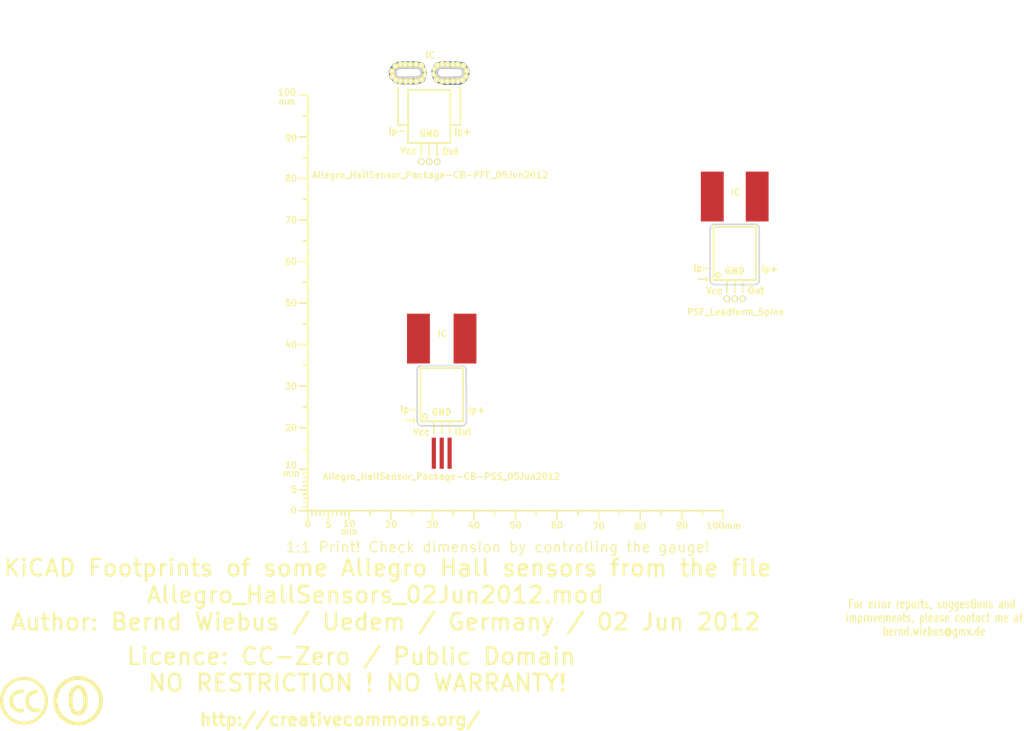
<source format=kicad_pcb>
(kicad_pcb (version 3) (host pcbnew "(2013-03-30 BZR 4007)-stable")

  (general
    (links 0)
    (no_connects 0)
    (area -18.90696 -26.19887 269.953015 173.37278)
    (thickness 1.6002)
    (drawings 28)
    (tracks 0)
    (zones 0)
    (modules 6)
    (nets 1)
  )

  (page A4)
  (layers
    (15 Vorderseite signal)
    (0 Rückseite signal)
    (16 B.Adhes user)
    (17 F.Adhes user)
    (18 B.Paste user)
    (19 F.Paste user)
    (20 B.SilkS user)
    (21 F.SilkS user)
    (22 B.Mask user)
    (23 F.Mask user)
    (24 Dwgs.User user)
    (25 Cmts.User user)
    (26 Eco1.User user)
    (27 Eco2.User user)
    (28 Edge.Cuts user)
  )

  (setup
    (last_trace_width 0.2032)
    (trace_clearance 0.254)
    (zone_clearance 0.508)
    (zone_45_only no)
    (trace_min 0.2032)
    (segment_width 0.381)
    (edge_width 0.381)
    (via_size 0.889)
    (via_drill 0.635)
    (via_min_size 0.889)
    (via_min_drill 0.508)
    (uvia_size 0.508)
    (uvia_drill 0.127)
    (uvias_allowed no)
    (uvia_min_size 0.508)
    (uvia_min_drill 0.127)
    (pcb_text_width 0.3048)
    (pcb_text_size 1.524 2.032)
    (mod_edge_width 0.381)
    (mod_text_size 1.524 1.524)
    (mod_text_width 0.3048)
    (pad_size 1.524 1.524)
    (pad_drill 0.8128)
    (pad_to_mask_clearance 0.254)
    (aux_axis_origin 0 0)
    (visible_elements 7FFFFFFF)
    (pcbplotparams
      (layerselection 3178497)
      (usegerberextensions true)
      (excludeedgelayer true)
      (linewidth 60)
      (plotframeref false)
      (viasonmask false)
      (mode 1)
      (useauxorigin false)
      (hpglpennumber 1)
      (hpglpenspeed 20)
      (hpglpendiameter 15)
      (hpglpenoverlay 0)
      (psnegative false)
      (psa4output false)
      (plotreference true)
      (plotvalue true)
      (plotothertext true)
      (plotinvisibletext false)
      (padsonsilk false)
      (subtractmaskfromsilk false)
      (outputformat 1)
      (mirror false)
      (drillshape 1)
      (scaleselection 1)
      (outputdirectory ""))
  )

  (net 0 "")

  (net_class Default "Dies ist die voreingestellte Netzklasse."
    (clearance 0.254)
    (trace_width 0.2032)
    (via_dia 0.889)
    (via_drill 0.635)
    (uvia_dia 0.508)
    (uvia_drill 0.127)
    (add_net "")
  )

  (module Gauge_100mm_Type2_SilkScreenTop_RevA_Date22Jun2010 (layer Vorderseite) (tedit 4D963937) (tstamp 4D88F07A)
    (at 97.7519 139.7508)
    (descr "Gauge, Massstab, 100mm, SilkScreenTop, Type 2,")
    (tags "Gauge, Massstab, 100mm, SilkScreenTop, Type 2,")
    (path Gauge_100mm_Type2_SilkScreenTop_RevA_Date22Jun2010)
    (fp_text reference MSC (at 4.0005 8.99922) (layer F.SilkS) hide
      (effects (font (size 1.524 1.524) (thickness 0.3048)))
    )
    (fp_text value Gauge_100mm_Type2_SilkScreenTop_RevA_Date22Jun2010 (at 45.9994 8.99922) (layer F.SilkS) hide
      (effects (font (size 1.524 1.524) (thickness 0.3048)))
    )
    (fp_text user mm (at 9.99998 5.00126) (layer F.SilkS)
      (effects (font (size 1.524 1.524) (thickness 0.3048)))
    )
    (fp_text user mm (at -4.0005 -8.99922) (layer F.SilkS)
      (effects (font (size 1.524 1.524) (thickness 0.3048)))
    )
    (fp_text user mm (at -5.00126 -98.5012) (layer F.SilkS)
      (effects (font (size 1.524 1.524) (thickness 0.3048)))
    )
    (fp_text user 10 (at 10.00506 3.0988) (layer F.SilkS)
      (effects (font (size 1.50114 1.50114) (thickness 0.29972)))
    )
    (fp_text user 0 (at 0.00508 3.19786) (layer F.SilkS)
      (effects (font (size 1.39954 1.50114) (thickness 0.29972)))
    )
    (fp_text user 5 (at 5.0038 3.29946) (layer F.SilkS)
      (effects (font (size 1.50114 1.50114) (thickness 0.29972)))
    )
    (fp_text user 20 (at 20.1041 3.29946) (layer F.SilkS)
      (effects (font (size 1.50114 1.50114) (thickness 0.29972)))
    )
    (fp_text user 30 (at 30.00502 3.39852) (layer F.SilkS)
      (effects (font (size 1.50114 1.50114) (thickness 0.29972)))
    )
    (fp_text user 40 (at 40.005 3.50012) (layer F.SilkS)
      (effects (font (size 1.50114 1.50114) (thickness 0.29972)))
    )
    (fp_text user 50 (at 50.00498 3.50012) (layer F.SilkS)
      (effects (font (size 1.50114 1.50114) (thickness 0.29972)))
    )
    (fp_text user 60 (at 60.00496 3.50012) (layer F.SilkS)
      (effects (font (size 1.50114 1.50114) (thickness 0.29972)))
    )
    (fp_text user 70 (at 70.00494 3.70078) (layer F.SilkS)
      (effects (font (size 1.50114 1.50114) (thickness 0.29972)))
    )
    (fp_text user 80 (at 80.00492 3.79984) (layer F.SilkS)
      (effects (font (size 1.50114 1.50114) (thickness 0.29972)))
    )
    (fp_text user 90 (at 90.1065 3.60172) (layer F.SilkS)
      (effects (font (size 1.50114 1.50114) (thickness 0.29972)))
    )
    (fp_text user 100mm (at 100.10648 3.60172) (layer F.SilkS)
      (effects (font (size 1.50114 1.50114) (thickness 0.29972)))
    )
    (fp_line (start 0 -8.99922) (end -1.00076 -8.99922) (layer F.SilkS) (width 0.381))
    (fp_line (start 0 -8.001) (end -1.00076 -8.001) (layer F.SilkS) (width 0.381))
    (fp_line (start 0 -7.00024) (end -1.00076 -7.00024) (layer F.SilkS) (width 0.381))
    (fp_line (start 0 -5.99948) (end -1.00076 -5.99948) (layer F.SilkS) (width 0.381))
    (fp_line (start 0 -4.0005) (end -1.00076 -4.0005) (layer F.SilkS) (width 0.381))
    (fp_line (start 0 -2.99974) (end -1.00076 -2.99974) (layer F.SilkS) (width 0.381))
    (fp_line (start 0 -1.99898) (end -1.00076 -1.99898) (layer F.SilkS) (width 0.381))
    (fp_line (start 0 -1.00076) (end -1.00076 -1.00076) (layer F.SilkS) (width 0.381))
    (fp_line (start 0 0) (end -1.99898 0) (layer F.SilkS) (width 0.381))
    (fp_line (start 0 -5.00126) (end -1.99898 -5.00126) (layer F.SilkS) (width 0.381))
    (fp_line (start 0 -9.99998) (end -1.99898 -9.99998) (layer F.SilkS) (width 0.381))
    (fp_line (start 0 -15.00124) (end -1.00076 -15.00124) (layer F.SilkS) (width 0.381))
    (fp_line (start 0 -19.99996) (end -1.99898 -19.99996) (layer F.SilkS) (width 0.381))
    (fp_line (start 0 -25.00122) (end -1.00076 -25.00122) (layer F.SilkS) (width 0.381))
    (fp_line (start 0 -29.99994) (end -1.99898 -29.99994) (layer F.SilkS) (width 0.381))
    (fp_line (start 0 -35.0012) (end -1.00076 -35.0012) (layer F.SilkS) (width 0.381))
    (fp_line (start 0 -39.99992) (end -1.99898 -39.99992) (layer F.SilkS) (width 0.381))
    (fp_line (start 0 -45.00118) (end -1.00076 -45.00118) (layer F.SilkS) (width 0.381))
    (fp_line (start 0 -49.9999) (end -1.99898 -49.9999) (layer F.SilkS) (width 0.381))
    (fp_line (start 0 -55.00116) (end -1.00076 -55.00116) (layer F.SilkS) (width 0.381))
    (fp_line (start 0 -59.99988) (end -1.99898 -59.99988) (layer F.SilkS) (width 0.381))
    (fp_line (start 0 -65.00114) (end -1.00076 -65.00114) (layer F.SilkS) (width 0.381))
    (fp_line (start 0 -69.99986) (end -1.99898 -69.99986) (layer F.SilkS) (width 0.381))
    (fp_line (start 0 -75.00112) (end -1.00076 -75.00112) (layer F.SilkS) (width 0.381))
    (fp_line (start 0 -79.99984) (end -1.99898 -79.99984) (layer F.SilkS) (width 0.381))
    (fp_line (start 0 -85.0011) (end -1.00076 -85.0011) (layer F.SilkS) (width 0.381))
    (fp_line (start 0 -89.99982) (end -1.99898 -89.99982) (layer F.SilkS) (width 0.381))
    (fp_line (start 0 -95.00108) (end -1.00076 -95.00108) (layer F.SilkS) (width 0.381))
    (fp_line (start 0 0) (end 0 -99.9998) (layer F.SilkS) (width 0.381))
    (fp_line (start 0 -99.9998) (end -1.99898 -99.9998) (layer F.SilkS) (width 0.381))
    (fp_text user 100 (at -4.99872 -100.7491) (layer F.SilkS)
      (effects (font (size 1.50114 1.50114) (thickness 0.29972)))
    )
    (fp_text user 90 (at -4.0005 -89.7509) (layer F.SilkS)
      (effects (font (size 1.50114 1.50114) (thickness 0.29972)))
    )
    (fp_text user 80 (at -4.0005 -79.99984) (layer F.SilkS)
      (effects (font (size 1.50114 1.50114) (thickness 0.29972)))
    )
    (fp_text user 70 (at -4.0005 -69.99986) (layer F.SilkS)
      (effects (font (size 1.50114 1.50114) (thickness 0.29972)))
    )
    (fp_text user 60 (at -4.0005 -59.99988) (layer F.SilkS)
      (effects (font (size 1.50114 1.50114) (thickness 0.29972)))
    )
    (fp_text user 50 (at -4.0005 -49.9999) (layer F.SilkS)
      (effects (font (size 1.50114 1.50114) (thickness 0.34036)))
    )
    (fp_text user 40 (at -4.0005 -39.99992) (layer F.SilkS)
      (effects (font (size 1.50114 1.50114) (thickness 0.29972)))
    )
    (fp_text user 30 (at -4.0005 -29.99994) (layer F.SilkS)
      (effects (font (size 1.50114 1.50114) (thickness 0.29972)))
    )
    (fp_text user 20 (at -4.0005 -19.99996) (layer F.SilkS)
      (effects (font (size 1.50114 1.50114) (thickness 0.29972)))
    )
    (fp_line (start 95.00108 0) (end 95.00108 1.00076) (layer F.SilkS) (width 0.381))
    (fp_line (start 89.99982 0) (end 89.99982 1.99898) (layer F.SilkS) (width 0.381))
    (fp_line (start 85.0011 0) (end 85.0011 1.00076) (layer F.SilkS) (width 0.381))
    (fp_line (start 79.99984 0) (end 79.99984 1.99898) (layer F.SilkS) (width 0.381))
    (fp_line (start 75.00112 0) (end 75.00112 1.00076) (layer F.SilkS) (width 0.381))
    (fp_line (start 69.99986 0) (end 69.99986 1.99898) (layer F.SilkS) (width 0.381))
    (fp_line (start 65.00114 0) (end 65.00114 1.00076) (layer F.SilkS) (width 0.381))
    (fp_line (start 59.99988 0) (end 59.99988 1.99898) (layer F.SilkS) (width 0.381))
    (fp_line (start 55.00116 0) (end 55.00116 1.00076) (layer F.SilkS) (width 0.381))
    (fp_line (start 49.9999 0) (end 49.9999 1.99898) (layer F.SilkS) (width 0.381))
    (fp_line (start 45.00118 0) (end 45.00118 1.00076) (layer F.SilkS) (width 0.381))
    (fp_line (start 39.99992 0) (end 39.99992 1.99898) (layer F.SilkS) (width 0.381))
    (fp_line (start 35.0012 0) (end 35.0012 1.00076) (layer F.SilkS) (width 0.381))
    (fp_line (start 29.99994 0) (end 29.99994 1.99898) (layer F.SilkS) (width 0.381))
    (fp_line (start 25.00122 0) (end 25.00122 1.00076) (layer F.SilkS) (width 0.381))
    (fp_line (start 19.99996 0) (end 19.99996 1.99898) (layer F.SilkS) (width 0.381))
    (fp_line (start 15.00124 0) (end 15.00124 1.00076) (layer F.SilkS) (width 0.381))
    (fp_line (start 9.99998 0) (end 99.9998 0) (layer F.SilkS) (width 0.381))
    (fp_line (start 99.9998 0) (end 99.9998 1.99898) (layer F.SilkS) (width 0.381))
    (fp_text user 5 (at -3.302 -5.10286) (layer F.SilkS)
      (effects (font (size 1.50114 1.50114) (thickness 0.29972)))
    )
    (fp_text user 0 (at -3.4036 -0.10414) (layer F.SilkS)
      (effects (font (size 1.50114 1.50114) (thickness 0.29972)))
    )
    (fp_text user 10 (at -4.0005 -11.00074) (layer F.SilkS)
      (effects (font (size 1.50114 1.50114) (thickness 0.29972)))
    )
    (fp_line (start 8.99922 0) (end 8.99922 1.00076) (layer F.SilkS) (width 0.381))
    (fp_line (start 8.001 0) (end 8.001 1.00076) (layer F.SilkS) (width 0.381))
    (fp_line (start 7.00024 0) (end 7.00024 1.00076) (layer F.SilkS) (width 0.381))
    (fp_line (start 5.99948 0) (end 5.99948 1.00076) (layer F.SilkS) (width 0.381))
    (fp_line (start 4.0005 0) (end 4.0005 1.00076) (layer F.SilkS) (width 0.381))
    (fp_line (start 2.99974 0) (end 2.99974 1.00076) (layer F.SilkS) (width 0.381))
    (fp_line (start 1.99898 0) (end 1.99898 1.00076) (layer F.SilkS) (width 0.381))
    (fp_line (start 1.00076 0) (end 1.00076 1.00076) (layer F.SilkS) (width 0.381))
    (fp_line (start 5.00126 0) (end 5.00126 1.99898) (layer F.SilkS) (width 0.381))
    (fp_line (start 0 0) (end 0 1.99898) (layer F.SilkS) (width 0.381))
    (fp_line (start 0 0) (end 9.99998 0) (layer F.SilkS) (width 0.381))
    (fp_line (start 9.99998 0) (end 9.99998 1.99898) (layer F.SilkS) (width 0.381))
  )

  (module PFF_Leadform_5pins (layer Vorderseite) (tedit 4FCE8F4F) (tstamp 4FCE8F1D)
    (at 127.00254 45.00118)
    (descr "Allegro, Hallsensor, Through hole, Package CB-PFF,")
    (tags "Allegro, Hallsensor, Through hole, Package CB-PFF,")
    (path IC-provisorisch)
    (fp_text reference IC (at 0.20066 -14.89964) (layer F.SilkS)
      (effects (font (size 1.524 1.524) (thickness 0.3048)))
    )
    (fp_text value Allegro_HallSensor_Package-CB-PFF_05Jun2012 (at 0.20066 13.89888) (layer F.SilkS)
      (effects (font (size 1.524 1.524) (thickness 0.3048)))
    )
    (fp_line (start -3.2004 7.8994) (end -3.50012 7.80034) (layer F.SilkS) (width 0.381))
    (fp_line (start -3.50012 7.80034) (end -3.79984 7.8994) (layer F.SilkS) (width 0.381))
    (fp_line (start -3.79984 7.8994) (end -4.0005 8.30072) (layer F.SilkS) (width 0.381))
    (fp_line (start -4.0005 8.30072) (end -3.79984 8.6995) (layer F.SilkS) (width 0.381))
    (fp_line (start -3.79984 8.6995) (end -3.59918 8.90016) (layer F.SilkS) (width 0.381))
    (fp_line (start -3.59918 8.90016) (end -3.29946 8.6995) (layer F.SilkS) (width 0.381))
    (fp_line (start -4.50088 7.80034) (end -4.8006 7.80034) (layer F.SilkS) (width 0.381))
    (fp_line (start -4.8006 7.80034) (end -5.19938 7.8994) (layer F.SilkS) (width 0.381))
    (fp_line (start -5.19938 7.8994) (end -5.30098 8.39978) (layer F.SilkS) (width 0.381))
    (fp_line (start -5.30098 8.39978) (end -5.10032 8.8011) (layer F.SilkS) (width 0.381))
    (fp_line (start -5.10032 8.8011) (end -4.8006 8.8011) (layer F.SilkS) (width 0.381))
    (fp_line (start -4.8006 8.8011) (end -4.59994 8.6995) (layer F.SilkS) (width 0.381))
    (fp_line (start -6.70052 7.29996) (end -6.20014 8.60044) (layer F.SilkS) (width 0.381))
    (fp_line (start -6.20014 8.60044) (end -5.69976 7.29996) (layer F.SilkS) (width 0.381))
    (fp_line (start 6.90118 8.001) (end 6.2992 8.001) (layer F.SilkS) (width 0.381))
    (fp_line (start 6.49986 7.39902) (end 6.49986 8.90016) (layer F.SilkS) (width 0.381))
    (fp_line (start 6.49986 8.90016) (end 6.70052 8.99922) (layer F.SilkS) (width 0.381))
    (fp_line (start 6.70052 8.99922) (end 6.90118 8.99922) (layer F.SilkS) (width 0.381))
    (fp_line (start 5.19938 8.001) (end 5.19938 8.90016) (layer F.SilkS) (width 0.381))
    (fp_line (start 5.19938 8.90016) (end 5.4991 8.99922) (layer F.SilkS) (width 0.381))
    (fp_line (start 5.4991 8.99922) (end 5.79882 8.90016) (layer F.SilkS) (width 0.381))
    (fp_line (start 5.79882 8.90016) (end 5.79882 8.001) (layer F.SilkS) (width 0.381))
    (fp_line (start 4.0005 7.50062) (end 3.79984 7.50062) (layer F.SilkS) (width 0.381))
    (fp_line (start 3.79984 7.50062) (end 3.50012 7.69874) (layer F.SilkS) (width 0.381))
    (fp_line (start 3.50012 7.69874) (end 3.40106 8.30072) (layer F.SilkS) (width 0.381))
    (fp_line (start 3.40106 8.30072) (end 3.50012 8.6995) (layer F.SilkS) (width 0.381))
    (fp_line (start 3.50012 8.6995) (end 3.79984 8.99922) (layer F.SilkS) (width 0.381))
    (fp_line (start 3.79984 8.99922) (end 4.20116 8.99922) (layer F.SilkS) (width 0.381))
    (fp_line (start 4.20116 8.99922) (end 4.39928 8.6995) (layer F.SilkS) (width 0.381))
    (fp_line (start 4.39928 8.6995) (end 4.50088 8.10006) (layer F.SilkS) (width 0.381))
    (fp_line (start 4.50088 8.10006) (end 4.39928 7.69874) (layer F.SilkS) (width 0.381))
    (fp_line (start 4.39928 7.69874) (end 4.0005 7.50062) (layer F.SilkS) (width 0.381))
    (fp_line (start 9.10082 2.99974) (end 9.10082 4.20116) (layer F.SilkS) (width 0.381))
    (fp_line (start 9.70026 3.59918) (end 8.49884 3.59918) (layer F.SilkS) (width 0.381))
    (fp_line (start 7.0993 3.2004) (end 7.50062 3.2004) (layer F.SilkS) (width 0.381))
    (fp_line (start 7.50062 3.2004) (end 7.80034 3.40106) (layer F.SilkS) (width 0.381))
    (fp_line (start 7.80034 3.40106) (end 7.80034 3.8989) (layer F.SilkS) (width 0.381))
    (fp_line (start 7.80034 3.8989) (end 7.59968 4.20116) (layer F.SilkS) (width 0.381))
    (fp_line (start 7.59968 4.20116) (end 7.2009 4.20116) (layer F.SilkS) (width 0.381))
    (fp_line (start 7.0993 3.2004) (end 7.0993 4.699) (layer F.SilkS) (width 0.381))
    (fp_line (start 6.4008 2.60096) (end 6.4008 4.20116) (layer F.SilkS) (width 0.381))
    (fp_line (start 1.19888 3.2004) (end 1.19888 4.699) (layer F.SilkS) (width 0.381))
    (fp_line (start 1.19888 4.699) (end 1.69926 4.59994) (layer F.SilkS) (width 0.381))
    (fp_line (start 1.69926 4.59994) (end 1.99898 4.09956) (layer F.SilkS) (width 0.381))
    (fp_line (start 1.99898 4.09956) (end 1.99898 3.59918) (layer F.SilkS) (width 0.381))
    (fp_line (start 1.99898 3.59918) (end 1.69926 3.29946) (layer F.SilkS) (width 0.381))
    (fp_line (start 1.69926 3.29946) (end 1.19888 3.2004) (layer F.SilkS) (width 0.381))
    (fp_line (start -0.39878 4.699) (end -0.39878 3.2004) (layer F.SilkS) (width 0.381))
    (fp_line (start -0.39878 3.2004) (end 0.39878 4.699) (layer F.SilkS) (width 0.381))
    (fp_line (start 0.39878 4.699) (end 0.39878 3.2004) (layer F.SilkS) (width 0.381))
    (fp_line (start -1.19888 3.29946) (end -1.30048 3.2004) (layer F.SilkS) (width 0.381))
    (fp_line (start -1.30048 3.2004) (end -1.69926 3.2004) (layer F.SilkS) (width 0.381))
    (fp_line (start -1.69926 3.2004) (end -1.99898 3.59918) (layer F.SilkS) (width 0.381))
    (fp_line (start -1.99898 3.59918) (end -2.10058 4.09956) (layer F.SilkS) (width 0.381))
    (fp_line (start -2.10058 4.09956) (end -1.80086 4.50088) (layer F.SilkS) (width 0.381))
    (fp_line (start -1.80086 4.50088) (end -1.39954 4.699) (layer F.SilkS) (width 0.381))
    (fp_line (start -1.39954 4.699) (end -1.19888 4.59994) (layer F.SilkS) (width 0.381))
    (fp_line (start -1.19888 4.59994) (end -1.19888 4.0005) (layer F.SilkS) (width 0.381))
    (fp_line (start -1.19888 4.0005) (end -1.50114 4.0005) (layer F.SilkS) (width 0.381))
    (fp_line (start -6.20014 3.40106) (end -7.29996 3.40106) (layer F.SilkS) (width 0.381))
    (fp_line (start -8.6995 2.99974) (end -8.30072 2.99974) (layer F.SilkS) (width 0.381))
    (fp_line (start -8.30072 2.99974) (end -8.10006 3.0988) (layer F.SilkS) (width 0.381))
    (fp_line (start -8.10006 3.0988) (end -8.001 3.29946) (layer F.SilkS) (width 0.381))
    (fp_line (start -8.001 3.29946) (end -8.001 3.79984) (layer F.SilkS) (width 0.381))
    (fp_line (start -8.001 3.79984) (end -8.19912 4.0005) (layer F.SilkS) (width 0.381))
    (fp_line (start -8.19912 4.0005) (end -8.6995 4.0005) (layer F.SilkS) (width 0.381))
    (fp_line (start -8.6995 2.99974) (end -8.6995 4.50088) (layer F.SilkS) (width 0.381))
    (fp_line (start -9.40054 2.49936) (end -9.40054 4.0005) (layer F.SilkS) (width 0.381))
    (fp_line (start -5.10032 1.89992) (end -7.50062 1.89992) (layer F.SilkS) (width 0.381))
    (fp_line (start -7.50062 1.89992) (end -7.50062 -7.0993) (layer F.SilkS) (width 0.381))
    (fp_line (start 5.10032 1.89992) (end 7.50062 1.89992) (layer F.SilkS) (width 0.381))
    (fp_line (start 7.50062 1.89992) (end 7.50062 -7.29996) (layer F.SilkS) (width 0.381))
    (fp_line (start 1.89992 6.20014) (end 1.89992 9.19988) (layer F.SilkS) (width 0.381))
    (fp_line (start -1.89992 6.20014) (end -1.89992 9.19988) (layer F.SilkS) (width 0.381))
    (fp_line (start 0 6.20014) (end 0 9.19988) (layer F.SilkS) (width 0.381))
    (fp_line (start -5.10032 -6.59892) (end 5.10032 -6.59892) (layer F.SilkS) (width 0.381))
    (fp_line (start 5.10032 -6.59892) (end 5.10032 6.20014) (layer F.SilkS) (width 0.381))
    (fp_line (start 5.10032 6.20014) (end -5.10032 6.20014) (layer F.SilkS) (width 0.381))
    (fp_line (start -5.10032 6.20014) (end -5.10032 -6.59892) (layer F.SilkS) (width 0.381))
    (fp_line (start -3.64998 -8.30072) (end -3.8989 -8.34898) (layer Vorderseite) (width 0.381))
    (fp_line (start -3.8989 -8.34898) (end -3.62458 -8.30072) (layer Rückseite) (width 0.381))
    (fp_line (start -8.7249 -12.02436) (end -8.90016 -11.72464) (layer Vorderseite) (width 0.381))
    (fp_line (start -8.90016 -11.72464) (end -8.6995 -12.02436) (layer Rückseite) (width 0.381))
    (fp_line (start -3.64998 -13.07592) (end -4.12496 -13.07592) (layer Vorderseite) (width 0.381))
    (fp_line (start -4.15036 -13.07592) (end -3.59918 -13.07592) (layer Rückseite) (width 0.381))
    (fp_line (start -0.7747 -11.00074) (end -0.8001 -10.54862) (layer Vorderseite) (width 0.381))
    (fp_line (start -1.09982 -9.525) (end -1.27508 -8.7757) (layer Vorderseite) (width 0.381))
    (fp_line (start -1.27508 -8.7757) (end -1.5494 -8.54964) (layer Vorderseite) (width 0.381))
    (fp_line (start -1.5494 -8.54964) (end -2.87528 -8.15086) (layer Vorderseite) (width 0.381))
    (fp_line (start -2.87528 -8.15086) (end -3.07594 -8.10006) (layer Vorderseite) (width 0.381))
    (fp_line (start -3.07594 -8.10006) (end -6.87578 -8.15086) (layer Vorderseite) (width 0.381))
    (fp_line (start -6.87578 -8.15086) (end -8.10006 -8.45058) (layer Vorderseite) (width 0.381))
    (fp_line (start -8.10006 -8.45058) (end -8.42518 -8.65124) (layer Vorderseite) (width 0.381))
    (fp_line (start -8.42518 -8.65124) (end -9.22528 -9.42594) (layer Vorderseite) (width 0.381))
    (fp_line (start -9.22528 -9.42594) (end -9.37514 -9.72566) (layer Vorderseite) (width 0.381))
    (fp_line (start -9.37514 -9.72566) (end -9.5504 -10.94994) (layer Vorderseite) (width 0.381))
    (fp_line (start -9.5504 -10.94994) (end -9.4996 -11.32586) (layer Vorderseite) (width 0.381))
    (fp_line (start -9.4996 -11.32586) (end -8.6741 -12.52474) (layer Vorderseite) (width 0.381))
    (fp_line (start -8.6741 -12.52474) (end -8.47598 -12.7762) (layer Vorderseite) (width 0.381))
    (fp_line (start -8.47598 -12.7762) (end -7.02564 -13.25118) (layer Vorderseite) (width 0.381))
    (fp_line (start -7.02564 -13.25118) (end -3.1496 -13.25118) (layer Vorderseite) (width 0.381))
    (fp_line (start -3.1496 -13.25118) (end -1.69926 -12.94892) (layer Vorderseite) (width 0.381))
    (fp_line (start -1.69926 -12.94892) (end -1.42494 -12.6492) (layer Vorderseite) (width 0.381))
    (fp_line (start -1.42494 -12.6492) (end -1.12522 -11.9253) (layer Vorderseite) (width 0.381))
    (fp_line (start -1.27508 -8.7757) (end -1.45034 -8.62584) (layer Rückseite) (width 0.381))
    (fp_line (start -1.45034 -8.62584) (end -2.92608 -8.15086) (layer Rückseite) (width 0.381))
    (fp_line (start -2.92608 -8.15086) (end -3.07594 -8.10006) (layer Rückseite) (width 0.381))
    (fp_line (start -3.07594 -8.10006) (end -7.05104 -8.17626) (layer Rückseite) (width 0.381))
    (fp_line (start -7.05104 -8.17626) (end -8.15086 -8.47598) (layer Rückseite) (width 0.381))
    (fp_line (start -8.15086 -8.47598) (end -8.47598 -8.7249) (layer Rückseite) (width 0.381))
    (fp_line (start -8.47598 -8.7249) (end -9.25068 -9.4742) (layer Rückseite) (width 0.381))
    (fp_line (start -9.25068 -9.4742) (end -9.40054 -9.79932) (layer Rückseite) (width 0.381))
    (fp_line (start -9.40054 -9.79932) (end -9.5504 -10.94994) (layer Rückseite) (width 0.381))
    (fp_line (start -9.5504 -10.94994) (end -9.525 -11.30046) (layer Rückseite) (width 0.381))
    (fp_line (start -9.525 -11.30046) (end -8.65124 -12.55014) (layer Rückseite) (width 0.381))
    (fp_line (start -8.65124 -12.55014) (end -8.42518 -12.79906) (layer Rückseite) (width 0.381))
    (fp_line (start -8.42518 -12.79906) (end -7.02564 -13.25118) (layer Rückseite) (width 0.381))
    (fp_line (start -1.32588 -8.87476) (end -1.07442 -9.5504) (layer Rückseite) (width 0.381))
    (fp_line (start -0.7493 -11.00074) (end -0.7747 -10.52576) (layer Rückseite) (width 0.381))
    (fp_line (start -7.00024 -13.27404) (end -5.72516 -13.27404) (layer Rückseite) (width 0.381))
    (fp_line (start -5.72516 -13.27404) (end -3.1242 -13.25118) (layer Rückseite) (width 0.381))
    (fp_line (start -3.1242 -13.25118) (end -1.67386 -12.92606) (layer Rückseite) (width 0.381))
    (fp_line (start -1.67386 -12.92606) (end -1.42494 -12.6492) (layer Rückseite) (width 0.381))
    (fp_line (start -1.42494 -12.6492) (end -1.12522 -11.9253) (layer Rückseite) (width 0.381))
    (fp_line (start 1.24968 -12.19962) (end 1.5748 -12.82446) (layer Rückseite) (width 0.381))
    (fp_line (start 1.5748 -12.82446) (end 1.72466 -12.94892) (layer Rückseite) (width 0.381))
    (fp_line (start 1.72466 -12.94892) (end 3.07594 -13.25118) (layer Rückseite) (width 0.381))
    (fp_line (start 0.7239 -10.67562) (end 0.7747 -11.30046) (layer Rückseite) (width 0.381))
    (fp_line (start 3.07594 -13.25118) (end 6.92404 -13.20038) (layer Rückseite) (width 0.381))
    (fp_line (start 6.92404 -13.20038) (end 8.45058 -12.90066) (layer Rückseite) (width 0.381))
    (fp_line (start 8.45058 -12.90066) (end 9.525 -11.32586) (layer Rückseite) (width 0.381))
    (fp_line (start 9.525 -11.32586) (end 9.37514 -9.70026) (layer Rückseite) (width 0.381))
    (fp_line (start 9.37514 -9.70026) (end 9.32434 -9.5504) (layer Rückseite) (width 0.381))
    (fp_line (start 9.32434 -9.5504) (end 8.30072 -8.47598) (layer Rückseite) (width 0.381))
    (fp_line (start 8.30072 -8.47598) (end 7.47522 -8.04926) (layer Rückseite) (width 0.381))
    (fp_line (start 7.47522 -8.04926) (end 3.52552 -8.02386) (layer Rückseite) (width 0.381))
    (fp_line (start 3.52552 -8.02386) (end 1.5494 -8.65124) (layer Rückseite) (width 0.381))
    (fp_line (start 1.5494 -8.65124) (end 1.30048 -8.90016) (layer Rückseite) (width 0.381))
    (fp_line (start 1.30048 -8.90016) (end 0.97536 -9.72566) (layer Rückseite) (width 0.381))
    (fp_line (start 2.67462 -8.45058) (end 2.10058 -8.62584) (layer Vorderseite) (width 0.381))
    (fp_line (start 2.10058 -8.62584) (end 2.60096 -8.45058) (layer Rückseite) (width 0.381))
    (fp_line (start 5.30098 -8.19912) (end 4.65074 -8.22452) (layer Vorderseite) (width 0.381))
    (fp_line (start 4.65074 -8.22452) (end 5.30098 -8.19912) (layer Rückseite) (width 0.381))
    (fp_line (start 7.72414 -8.34898) (end 7.1247 -8.17626) (layer Vorderseite) (width 0.381))
    (fp_line (start 7.1247 -8.17626) (end 7.72414 -8.34898) (layer Rückseite) (width 0.381))
    (fp_line (start 4.699 -13.02512) (end 5.40004 -13.02512) (layer Vorderseite) (width 0.381))
    (fp_line (start 5.40004 -13.02258) (end 4.6736 -13.02258) (layer Rückseite) (width 0.381))
    (fp_line (start 0.92456 -9.77392) (end 1.37414 -8.7503) (layer Vorderseite) (width 0.381))
    (fp_line (start 1.37414 -8.7503) (end 2.22504 -8.37438) (layer Vorderseite) (width 0.381))
    (fp_line (start 0.7747 -11.30046) (end 0.7239 -10.62482) (layer Vorderseite) (width 0.381))
    (fp_line (start 2.22504 -8.37438) (end 3.52552 -8.02386) (layer Vorderseite) (width 0.381))
    (fp_line (start 3.52552 -8.02386) (end 7.44982 -8.02386) (layer Vorderseite) (width 0.381))
    (fp_line (start 7.44982 -8.02386) (end 8.32612 -8.49884) (layer Vorderseite) (width 0.381))
    (fp_line (start 8.32612 -8.49884) (end 9.29894 -9.525) (layer Vorderseite) (width 0.381))
    (fp_line (start 9.29894 -9.525) (end 9.525 -11.19886) (layer Vorderseite) (width 0.381))
    (fp_line (start 9.525 -11.19886) (end 8.60044 -12.6746) (layer Vorderseite) (width 0.381))
    (fp_line (start 8.60044 -12.6746) (end 8.42518 -12.90066) (layer Vorderseite) (width 0.381))
    (fp_line (start 8.42518 -12.90066) (end 6.87578 -13.20038) (layer Vorderseite) (width 0.381))
    (fp_line (start 6.87578 -13.20038) (end 5.72516 -13.22578) (layer Vorderseite) (width 0.381))
    (fp_line (start 5.72516 -13.22578) (end 4.32562 -13.25118) (layer Vorderseite) (width 0.381))
    (fp_line (start 4.32562 -13.25118) (end 3.05054 -13.22578) (layer Vorderseite) (width 0.381))
    (fp_line (start 3.05054 -13.22578) (end 1.77546 -12.97432) (layer Vorderseite) (width 0.381))
    (fp_line (start 1.77546 -12.97432) (end 1.27508 -12.19962) (layer Vorderseite) (width 0.381))
    (fp_line (start 2.77622 -12.14882) (end 7.22376 -12.04976) (layer Rückseite) (width 0.381))
    (fp_line (start 7.22376 -12.04976) (end 8.22452 -11.60018) (layer Rückseite) (width 0.381))
    (fp_line (start 8.22452 -11.60018) (end 8.45058 -10.50036) (layer Rückseite) (width 0.381))
    (fp_line (start 8.45058 -10.50036) (end 8.19912 -9.85012) (layer Rückseite) (width 0.381))
    (fp_line (start 8.19912 -9.85012) (end 7.59968 -9.42594) (layer Rückseite) (width 0.381))
    (fp_line (start 7.59968 -9.42594) (end 6.17474 -9.27608) (layer Rückseite) (width 0.381))
    (fp_line (start 6.17474 -9.27608) (end 4.59994 -9.25068) (layer Rückseite) (width 0.381))
    (fp_line (start 4.59994 -9.25068) (end 2.62382 -9.32434) (layer Rückseite) (width 0.381))
    (fp_line (start 2.62382 -9.32434) (end 1.75006 -9.92378) (layer Rückseite) (width 0.381))
    (fp_line (start 1.75006 -9.92378) (end 1.45034 -10.89914) (layer Rückseite) (width 0.381))
    (fp_line (start 1.45034 -10.89914) (end 1.95072 -11.67384) (layer Rückseite) (width 0.381))
    (fp_line (start 1.95072 -11.67384) (end 2.77622 -12.14882) (layer Rückseite) (width 0.381))
    (fp_line (start 2.99974 -11.8999) (end 7.00024 -11.8491) (layer Rückseite) (width 0.381))
    (fp_line (start 7.00024 -11.8491) (end 7.65048 -11.72464) (layer Rückseite) (width 0.381))
    (fp_line (start 7.65048 -11.72464) (end 7.9756 -11.35126) (layer Rückseite) (width 0.381))
    (fp_line (start 7.9756 -11.35126) (end 8.17626 -10.80008) (layer Rückseite) (width 0.381))
    (fp_line (start 8.17626 -10.80008) (end 8.15086 -10.3251) (layer Rückseite) (width 0.381))
    (fp_line (start 8.15086 -10.3251) (end 7.874 -9.90092) (layer Rückseite) (width 0.381))
    (fp_line (start 7.874 -9.90092) (end 7.29996 -9.5504) (layer Rückseite) (width 0.381))
    (fp_line (start 7.29996 -9.5504) (end 2.75082 -9.525) (layer Rückseite) (width 0.381))
    (fp_line (start 2.75082 -9.525) (end 2.27584 -9.79932) (layer Rückseite) (width 0.381))
    (fp_line (start 2.27584 -9.79932) (end 1.92532 -10.22604) (layer Rückseite) (width 0.381))
    (fp_line (start 1.92532 -10.22604) (end 1.84912 -10.85088) (layer Rückseite) (width 0.381))
    (fp_line (start 1.84912 -10.85088) (end 1.99898 -11.37412) (layer Rückseite) (width 0.381))
    (fp_line (start 1.99898 -11.37412) (end 2.4511 -11.75004) (layer Rückseite) (width 0.381))
    (fp_line (start 2.4511 -11.75004) (end 2.99974 -11.9253) (layer Rückseite) (width 0.381))
    (fp_line (start -7.27456 -12.07516) (end -5.95122 -12.10056) (layer Rückseite) (width 0.381))
    (fp_line (start -5.95122 -12.10056) (end -3.42392 -12.14882) (layer Rückseite) (width 0.381))
    (fp_line (start -3.42392 -12.14882) (end -2.47396 -12.04976) (layer Rückseite) (width 0.381))
    (fp_line (start -2.47396 -12.04976) (end -1.99898 -11.65098) (layer Rückseite) (width 0.381))
    (fp_line (start -1.99898 -11.65098) (end -1.47574 -10.85088) (layer Rückseite) (width 0.381))
    (fp_line (start -1.47574 -10.85088) (end -1.92532 -9.87552) (layer Rückseite) (width 0.381))
    (fp_line (start -1.92532 -9.87552) (end -2.3241 -9.42594) (layer Rückseite) (width 0.381))
    (fp_line (start -2.3241 -9.42594) (end -3.9497 -9.19988) (layer Rückseite) (width 0.381))
    (fp_line (start -3.9497 -9.19988) (end -6.85038 -9.32434) (layer Rückseite) (width 0.381))
    (fp_line (start -6.85038 -9.32434) (end -7.50062 -9.5504) (layer Rückseite) (width 0.381))
    (fp_line (start -7.50062 -9.5504) (end -8.10006 -10.02538) (layer Rückseite) (width 0.381))
    (fp_line (start -8.10006 -10.02538) (end -8.37438 -10.3251) (layer Rückseite) (width 0.381))
    (fp_line (start -8.37438 -10.3251) (end -8.30072 -11.37412) (layer Rückseite) (width 0.381))
    (fp_line (start -8.30072 -11.37412) (end -7.42442 -12.12596) (layer Rückseite) (width 0.381))
    (fp_line (start -7.42442 -12.12596) (end -6.25094 -12.12596) (layer Rückseite) (width 0.381))
    (fp_line (start -7.0993 -11.8999) (end -2.92608 -11.8999) (layer Rückseite) (width 0.381))
    (fp_line (start -2.92608 -11.8999) (end -2.47396 -11.77544) (layer Rückseite) (width 0.381))
    (fp_line (start -2.47396 -11.77544) (end -2.14884 -11.54938) (layer Rückseite) (width 0.381))
    (fp_line (start -2.14884 -11.54938) (end -1.92532 -11.19886) (layer Rückseite) (width 0.381))
    (fp_line (start -1.92532 -11.19886) (end -1.82626 -10.82548) (layer Rückseite) (width 0.381))
    (fp_line (start -1.82626 -10.82548) (end -1.82626 -10.42416) (layer Rückseite) (width 0.381))
    (fp_line (start -1.82626 -10.42416) (end -1.99898 -10.07618) (layer Rückseite) (width 0.381))
    (fp_line (start -1.99898 -10.07618) (end -2.30124 -9.79932) (layer Rückseite) (width 0.381))
    (fp_line (start -2.30124 -9.79932) (end -2.62382 -9.62406) (layer Rückseite) (width 0.381))
    (fp_line (start -2.62382 -9.62406) (end -3.1242 -9.5504) (layer Rückseite) (width 0.381))
    (fp_line (start -3.1242 -9.5504) (end -7.1755 -9.525) (layer Rückseite) (width 0.381))
    (fp_line (start -7.1755 -9.525) (end -7.59968 -9.62406) (layer Rückseite) (width 0.381))
    (fp_line (start -7.59968 -9.62406) (end -7.9248 -9.94918) (layer Rückseite) (width 0.381))
    (fp_line (start -7.9248 -9.94918) (end -8.10006 -10.39876) (layer Rückseite) (width 0.381))
    (fp_line (start -8.10006 -10.39876) (end -8.15086 -10.87374) (layer Rückseite) (width 0.381))
    (fp_line (start -8.15086 -10.87374) (end -7.9756 -11.30046) (layer Rückseite) (width 0.381))
    (fp_line (start -7.9756 -11.30046) (end -7.69874 -11.60018) (layer Rückseite) (width 0.381))
    (fp_line (start -7.69874 -11.60018) (end -7.35076 -11.82624) (layer Rückseite) (width 0.381))
    (fp_line (start -7.35076 -11.82624) (end -6.79958 -11.8999) (layer Rückseite) (width 0.381))
    (fp_line (start -6.79958 -11.8999) (end -6.82498 -11.8999) (layer Rückseite) (width 0.381))
    (fp_line (start -7.1247 -11.8745) (end -2.79908 -11.8745) (layer Vorderseite) (width 0.381))
    (fp_line (start -2.79908 -11.8745) (end -2.3749 -11.72464) (layer Vorderseite) (width 0.381))
    (fp_line (start -2.3749 -11.72464) (end -2.07518 -11.45032) (layer Vorderseite) (width 0.381))
    (fp_line (start -2.07518 -11.45032) (end -1.87452 -11.02614) (layer Vorderseite) (width 0.381))
    (fp_line (start -1.87452 -11.02614) (end -1.82626 -10.47496) (layer Vorderseite) (width 0.381))
    (fp_line (start -1.82626 -10.47496) (end -2.04978 -10.02538) (layer Vorderseite) (width 0.381))
    (fp_line (start -2.04978 -10.02538) (end -2.3241 -9.79932) (layer Vorderseite) (width 0.381))
    (fp_line (start -2.3241 -9.79932) (end -2.62382 -9.62406) (layer Vorderseite) (width 0.381))
    (fp_line (start -2.62382 -9.62406) (end -2.94894 -9.5504) (layer Vorderseite) (width 0.381))
    (fp_line (start -2.94894 -9.5504) (end -7.1755 -9.5504) (layer Vorderseite) (width 0.381))
    (fp_line (start -7.1755 -9.5504) (end -7.72414 -9.72566) (layer Vorderseite) (width 0.381))
    (fp_line (start -7.72414 -9.72566) (end -8.001 -10.12444) (layer Vorderseite) (width 0.381))
    (fp_line (start -8.001 -10.12444) (end -8.12546 -10.52576) (layer Vorderseite) (width 0.381))
    (fp_line (start -8.12546 -10.52576) (end -8.10006 -11.049) (layer Vorderseite) (width 0.381))
    (fp_line (start -8.10006 -11.049) (end -7.85114 -11.45032) (layer Vorderseite) (width 0.381))
    (fp_line (start -7.85114 -11.45032) (end -7.52602 -11.77544) (layer Vorderseite) (width 0.381))
    (fp_line (start -7.52602 -11.77544) (end -7.0739 -11.8745) (layer Vorderseite) (width 0.381))
    (fp_line (start 8.17626 -11.00074) (end 7.9756 -11.39952) (layer Rückseite) (width 0.381))
    (fp_line (start 7.9756 -11.39952) (end 7.77494 -11.60018) (layer Rückseite) (width 0.381))
    (fp_line (start 7.77494 -11.60018) (end 7.47522 -11.75004) (layer Rückseite) (width 0.381))
    (fp_line (start 7.47522 -11.75004) (end 7.0993 -11.8491) (layer Rückseite) (width 0.381))
    (fp_line (start 7.0993 -11.8491) (end 6.12394 -11.8745) (layer Rückseite) (width 0.381))
    (fp_line (start 6.12394 -11.8745) (end 5.30098 -11.8745) (layer Vorderseite) (width 0.381))
    (fp_line (start 5.30098 -11.8745) (end 4.22402 -11.8745) (layer Vorderseite) (width 0.381))
    (fp_line (start 4.22402 -11.8745) (end 3.57378 -11.8745) (layer Vorderseite) (width 0.381))
    (fp_line (start 3.57378 -11.8745) (end 2.97434 -11.8745) (layer Vorderseite) (width 0.381))
    (fp_line (start 2.97434 -11.8745) (end 2.55016 -11.82624) (layer Vorderseite) (width 0.381))
    (fp_line (start 2.55016 -11.82624) (end 2.3241 -11.65098) (layer Vorderseite) (width 0.381))
    (fp_line (start 2.3241 -11.65098) (end 2.02438 -11.37412) (layer Vorderseite) (width 0.381))
    (fp_line (start 2.02438 -11.37412) (end 1.84912 -11.00074) (layer Vorderseite) (width 0.381))
    (fp_line (start 1.84912 -11.00074) (end 1.84912 -10.62482) (layer Vorderseite) (width 0.381))
    (fp_line (start 1.84912 -10.62482) (end 1.92532 -10.22604) (layer Vorderseite) (width 0.381))
    (fp_line (start 1.92532 -10.22604) (end 2.14884 -9.92378) (layer Vorderseite) (width 0.381))
    (fp_line (start 2.14884 -9.92378) (end 2.49936 -9.64946) (layer Vorderseite) (width 0.381))
    (fp_line (start 2.49936 -9.64946) (end 2.79908 -9.5504) (layer Vorderseite) (width 0.381))
    (fp_line (start 2.79908 -9.5504) (end 3.85064 -9.525) (layer Vorderseite) (width 0.381))
    (fp_line (start 3.85064 -9.525) (end 6.3246 -9.5504) (layer Vorderseite) (width 0.381))
    (fp_line (start 6.3246 -9.5504) (end 7.24916 -9.525) (layer Vorderseite) (width 0.381))
    (fp_line (start 7.24916 -9.525) (end 7.74954 -9.77392) (layer Vorderseite) (width 0.381))
    (fp_line (start 7.74954 -9.77392) (end 8.15086 -10.2743) (layer Vorderseite) (width 0.381))
    (fp_line (start 8.15086 -10.2743) (end 8.17626 -10.80008) (layer Vorderseite) (width 0.381))
    (fp_line (start 8.17626 -10.80008) (end 7.9502 -11.47572) (layer Vorderseite) (width 0.381))
    (fp_line (start 7.9502 -11.47572) (end 7.57428 -11.67384) (layer Vorderseite) (width 0.381))
    (fp_line (start 7.57428 -11.67384) (end 7.44982 -11.9761) (layer Vorderseite) (width 0.381))
    (fp_line (start 7.44982 -11.9761) (end 5.45084 -12.02436) (layer Vorderseite) (width 0.381))
    (fp_line (start 5.45084 -12.02436) (end 4.97586 -12.12596) (layer Vorderseite) (width 0.381))
    (fp_line (start 4.97586 -12.12596) (end 3.72618 -12.04976) (layer Vorderseite) (width 0.381))
    (fp_line (start 3.72618 -12.04976) (end 2.75082 -12.07516) (layer Vorderseite) (width 0.381))
    (fp_line (start 2.75082 -12.07516) (end 1.92532 -11.65098) (layer Vorderseite) (width 0.381))
    (fp_line (start 1.92532 -11.65098) (end 1.47574 -10.87374) (layer Vorderseite) (width 0.381))
    (fp_line (start 1.47574 -10.87374) (end 1.80086 -9.87552) (layer Vorderseite) (width 0.381))
    (fp_line (start 1.80086 -9.87552) (end 2.62382 -9.32434) (layer Vorderseite) (width 0.381))
    (fp_line (start 2.62382 -9.32434) (end 4.04876 -9.29894) (layer Vorderseite) (width 0.381))
    (fp_line (start 4.04876 -9.29894) (end 5.32384 -9.25068) (layer Vorderseite) (width 0.381))
    (fp_line (start 5.32384 -9.25068) (end 7.39902 -9.32434) (layer Vorderseite) (width 0.381))
    (fp_line (start 7.39902 -9.32434) (end 8.15086 -9.77392) (layer Vorderseite) (width 0.381))
    (fp_line (start 8.15086 -9.77392) (end 8.49884 -10.52576) (layer Vorderseite) (width 0.381))
    (fp_line (start 8.49884 -10.52576) (end 8.17626 -11.52398) (layer Vorderseite) (width 0.381))
    (fp_line (start 8.17626 -11.52398) (end 7.59968 -11.9253) (layer Vorderseite) (width 0.381))
    (fp_line (start 7.59968 -11.9253) (end 7.50062 -11.8999) (layer Vorderseite) (width 0.381))
    (fp_line (start 6.97484 -11.8745) (end 2.97434 -11.8999) (layer Edge.Cuts) (width 0.381))
    (fp_line (start 1.80086 -10.65022) (end 1.82626 -10.44956) (layer Edge.Cuts) (width 0.381))
    (fp_line (start 1.82626 -10.44956) (end 1.87452 -10.3251) (layer Edge.Cuts) (width 0.381))
    (fp_line (start 1.87452 -10.3251) (end 1.92532 -10.20064) (layer Edge.Cuts) (width 0.381))
    (fp_line (start 1.92532 -10.20064) (end 1.97612 -10.09904) (layer Edge.Cuts) (width 0.381))
    (fp_line (start 1.97612 -10.09904) (end 2.04978 -9.97458) (layer Edge.Cuts) (width 0.381))
    (fp_line (start 2.04978 -9.97458) (end 2.12598 -9.87552) (layer Edge.Cuts) (width 0.381))
    (fp_line (start 2.12598 -9.87552) (end 2.22504 -9.77392) (layer Edge.Cuts) (width 0.381))
    (fp_line (start 2.22504 -9.77392) (end 2.3495 -9.70026) (layer Edge.Cuts) (width 0.381))
    (fp_line (start 2.3495 -9.70026) (end 2.4511 -9.62406) (layer Edge.Cuts) (width 0.381))
    (fp_line (start 2.4511 -9.62406) (end 2.60096 -9.5758) (layer Edge.Cuts) (width 0.381))
    (fp_line (start 2.60096 -9.5758) (end 2.77622 -9.4996) (layer Edge.Cuts) (width 0.381))
    (fp_line (start 2.77622 -9.4996) (end 2.84988 -9.4996) (layer Edge.Cuts) (width 0.381))
    (fp_line (start 2.84988 -9.4996) (end 3.02514 -9.4996) (layer Edge.Cuts) (width 0.381))
    (fp_line (start 3.02514 -9.4996) (end 7.02564 -9.4996) (layer Edge.Cuts) (width 0.381))
    (fp_line (start 1.80086 -10.67562) (end 1.82626 -10.87374) (layer Edge.Cuts) (width 0.381))
    (fp_line (start 1.82626 -10.87374) (end 1.92532 -11.27506) (layer Edge.Cuts) (width 0.381))
    (fp_line (start 1.92532 -11.27506) (end 1.99898 -11.39952) (layer Edge.Cuts) (width 0.381))
    (fp_line (start 1.99898 -11.39952) (end 2.17424 -11.54938) (layer Edge.Cuts) (width 0.381))
    (fp_line (start 2.17424 -11.54938) (end 2.30124 -11.67384) (layer Edge.Cuts) (width 0.381))
    (fp_line (start 2.30124 -11.67384) (end 2.47396 -11.80084) (layer Edge.Cuts) (width 0.381))
    (fp_line (start 2.47396 -11.80084) (end 2.67462 -11.8491) (layer Edge.Cuts) (width 0.381))
    (fp_line (start 2.67462 -11.8491) (end 2.87528 -11.8999) (layer Edge.Cuts) (width 0.381))
    (fp_line (start 2.87528 -11.8999) (end 2.99974 -11.8999) (layer Edge.Cuts) (width 0.381))
    (fp_line (start 8.19912 -10.62482) (end 8.17626 -10.44956) (layer Edge.Cuts) (width 0.381))
    (fp_line (start 8.17626 -10.44956) (end 8.12546 -10.2743) (layer Edge.Cuts) (width 0.381))
    (fp_line (start 8.12546 -10.2743) (end 8.02386 -10.09904) (layer Edge.Cuts) (width 0.381))
    (fp_line (start 8.02386 -10.09904) (end 7.874 -9.85012) (layer Edge.Cuts) (width 0.381))
    (fp_line (start 7.874 -9.85012) (end 7.72414 -9.72566) (layer Edge.Cuts) (width 0.381))
    (fp_line (start 7.72414 -9.72566) (end 7.52602 -9.6012) (layer Edge.Cuts) (width 0.381))
    (fp_line (start 7.47776 -9.5758) (end 7.3279 -9.4996) (layer Edge.Cuts) (width 0.381))
    (fp_line (start 7.37616 -9.4996) (end 7.27456 -9.4996) (layer Edge.Cuts) (width 0.381))
    (fp_line (start 7.2009 -9.4996) (end 7.00024 -9.4996) (layer Edge.Cuts) (width 0.381))
    (fp_line (start 8.19912 -10.67562) (end 8.19912 -10.82548) (layer Edge.Cuts) (width 0.381))
    (fp_line (start 8.19912 -10.82548) (end 8.17626 -10.94994) (layer Edge.Cuts) (width 0.381))
    (fp_line (start 8.17626 -10.94994) (end 8.12546 -11.1506) (layer Edge.Cuts) (width 0.381))
    (fp_line (start 8.12546 -11.1506) (end 8.02386 -11.32586) (layer Edge.Cuts) (width 0.381))
    (fp_line (start 8.02386 -11.32586) (end 7.80034 -11.57478) (layer Edge.Cuts) (width 0.381))
    (fp_line (start 7.80034 -11.57478) (end 7.65048 -11.67384) (layer Edge.Cuts) (width 0.381))
    (fp_line (start 7.65048 -11.67384) (end 7.44982 -11.77544) (layer Edge.Cuts) (width 0.381))
    (fp_line (start 7.44982 -11.77544) (end 7.1501 -11.8491) (layer Edge.Cuts) (width 0.381))
    (fp_line (start 7.1501 -11.8491) (end 7.00024 -11.8745) (layer Edge.Cuts) (width 0.381))
    (fp_line (start -2.62382 -12.10056) (end -5.34924 -12.12596) (layer Vorderseite) (width 0.381))
    (fp_line (start -5.34924 -12.12596) (end -7.37616 -12.12596) (layer Vorderseite) (width 0.381))
    (fp_line (start -7.37616 -12.12596) (end -8.32612 -11.37412) (layer Vorderseite) (width 0.381))
    (fp_line (start -8.32612 -11.37412) (end -8.34898 -10.2743) (layer Vorderseite) (width 0.381))
    (fp_line (start -8.34898 -10.2743) (end -7.59968 -9.5758) (layer Vorderseite) (width 0.381))
    (fp_line (start -7.59968 -9.5758) (end -6.94944 -9.32434) (layer Vorderseite) (width 0.381))
    (fp_line (start -6.94944 -9.32434) (end -3.50012 -9.22528) (layer Vorderseite) (width 0.381))
    (fp_line (start -3.50012 -9.22528) (end -2.19964 -9.4996) (layer Vorderseite) (width 0.381))
    (fp_line (start -2.19964 -9.4996) (end -1.42494 -10.67562) (layer Vorderseite) (width 0.381))
    (fp_line (start -1.42494 -10.67562) (end -2.10058 -11.82624) (layer Vorderseite) (width 0.381))
    (fp_line (start -2.10058 -11.82624) (end -2.52476 -12.07516) (layer Vorderseite) (width 0.381))
    (fp_line (start -2.92608 -9.525) (end -7.0739 -9.4996) (layer Edge.Cuts) (width 0.381))
    (fp_line (start -3.02514 -11.8999) (end -7.00024 -11.8999) (layer Edge.Cuts) (width 0.381))
    (fp_line (start -7.9502 -9.97458) (end -7.82574 -9.82472) (layer Edge.Cuts) (width 0.381))
    (fp_line (start -7.82574 -9.82472) (end -7.69874 -9.72566) (layer Edge.Cuts) (width 0.381))
    (fp_line (start -7.69874 -9.72566) (end -7.54888 -9.62406) (layer Edge.Cuts) (width 0.381))
    (fp_line (start -7.54888 -9.62406) (end -7.39902 -9.5758) (layer Vorderseite) (width 0.381))
    (fp_line (start -7.39902 -9.5758) (end -7.22376 -9.525) (layer Edge.Cuts) (width 0.381))
    (fp_line (start -7.22376 -9.525) (end -7.1247 -9.525) (layer Edge.Cuts) (width 0.381))
    (fp_line (start -7.1247 -9.525) (end -7.00024 -9.4996) (layer Vorderseite) (width 0.381))
    (fp_line (start -8.17626 -10.70102) (end -8.17626 -10.50036) (layer Edge.Cuts) (width 0.381))
    (fp_line (start -8.17626 -10.50036) (end -8.12546 -10.2997) (layer Edge.Cuts) (width 0.381))
    (fp_line (start -8.12546 -10.2997) (end -8.04926 -10.09904) (layer Edge.Cuts) (width 0.381))
    (fp_line (start -8.04926 -10.09904) (end -7.9756 -10.02538) (layer Edge.Cuts) (width 0.381))
    (fp_line (start -8.19912 -10.70102) (end -8.17626 -10.87374) (layer Edge.Cuts) (width 0.381))
    (fp_line (start -8.17626 -10.87374) (end -8.15086 -11.02614) (layer Edge.Cuts) (width 0.381))
    (fp_line (start -8.15086 -11.02614) (end -8.001 -11.30046) (layer Edge.Cuts) (width 0.381))
    (fp_line (start -8.001 -11.30046) (end -7.874 -11.50112) (layer Edge.Cuts) (width 0.381))
    (fp_line (start -7.874 -11.50112) (end -7.72414 -11.65098) (layer Edge.Cuts) (width 0.381))
    (fp_line (start -7.72414 -11.65098) (end -7.52602 -11.80084) (layer Edge.Cuts) (width 0.381))
    (fp_line (start -7.52602 -11.80084) (end -7.35076 -11.8745) (layer Edge.Cuts) (width 0.381))
    (fp_line (start -7.35076 -11.8745) (end -7.1755 -11.8999) (layer Edge.Cuts) (width 0.381))
    (fp_line (start -7.1755 -11.8999) (end -7.00024 -11.8999) (layer Edge.Cuts) (width 0.381))
    (fp_line (start -1.80086 -10.65022) (end -1.82626 -10.44956) (layer Edge.Cuts) (width 0.381))
    (fp_line (start -1.82626 -10.44956) (end -1.87452 -10.2997) (layer Edge.Cuts) (width 0.381))
    (fp_line (start -1.87452 -10.2997) (end -1.97612 -10.09904) (layer Edge.Cuts) (width 0.381))
    (fp_line (start -1.97612 -10.09904) (end -2.10058 -9.94918) (layer Edge.Cuts) (width 0.381))
    (fp_line (start -2.10058 -9.94918) (end -2.22504 -9.79932) (layer Edge.Cuts) (width 0.381))
    (fp_line (start -2.22504 -9.79932) (end -2.3495 -9.72566) (layer Edge.Cuts) (width 0.381))
    (fp_line (start -2.3495 -9.72566) (end -2.55016 -9.6012) (layer Edge.Cuts) (width 0.381))
    (fp_line (start -2.55016 -9.6012) (end -2.75082 -9.525) (layer Edge.Cuts) (width 0.381))
    (fp_line (start -2.75082 -9.525) (end -2.94894 -9.525) (layer Edge.Cuts) (width 0.381))
    (fp_line (start -2.94894 -9.525) (end -2.99974 -9.525) (layer Vorderseite) (width 0.381))
    (fp_line (start -1.80086 -10.70102) (end -1.80086 -10.85088) (layer Edge.Cuts) (width 0.381))
    (fp_line (start -1.80086 -10.85088) (end -1.82626 -10.97534) (layer Vorderseite) (width 0.381))
    (fp_line (start -1.82626 -10.97534) (end -1.87452 -11.1506) (layer Edge.Cuts) (width 0.381))
    (fp_line (start -1.87452 -11.1506) (end -1.97612 -11.30046) (layer Rückseite) (width 0.381))
    (fp_line (start -1.97612 -11.30046) (end -2.12598 -11.52398) (layer Edge.Cuts) (width 0.381))
    (fp_line (start -2.12598 -11.52398) (end -2.22504 -11.62558) (layer Vorderseite) (width 0.381))
    (fp_line (start -2.22504 -11.62558) (end -2.3495 -11.72464) (layer Edge.Cuts) (width 0.381))
    (fp_line (start -2.3495 -11.72464) (end -2.47396 -11.80084) (layer Vorderseite) (width 0.381))
    (fp_line (start -2.47396 -11.80084) (end -2.57556 -11.82624) (layer Edge.Cuts) (width 0.381))
    (fp_line (start -2.57556 -11.82624) (end -2.70002 -11.8745) (layer Edge.Cuts) (width 0.381))
    (fp_line (start -2.70002 -11.8745) (end -2.84988 -11.8999) (layer Edge.Cuts) (width 0.381))
    (fp_line (start -2.84988 -11.8999) (end -2.99974 -11.8999) (layer Edge.Cuts) (width 0.381))
    (pad 4 thru_hole circle (at 8.8011 -9.82472) (size 1.524 1.524) (drill 0.59944)
      (layers *.Cu *.Mask F.SilkS)
    )
    (pad 4 thru_hole circle (at 3.1242 -12.6746) (size 1.524 1.524) (drill 0.59944)
      (layers *.Cu *.Mask F.SilkS)
    )
    (pad 4 thru_hole circle (at 4.35102 -12.6492) (size 1.524 1.524) (drill 0.59944)
      (layers *.Cu *.Mask F.SilkS)
    )
    (pad 4 thru_hole circle (at 5.72516 -12.6492) (size 1.524 1.524) (drill 0.59944)
      (layers *.Cu *.Mask F.SilkS)
    )
    (pad 4 thru_hole circle (at 6.87578 -12.6238) (size 1.524 1.524) (drill 0.59944)
      (layers *.Cu *.Mask F.SilkS)
    )
    (pad 4 thru_hole circle (at 3.0988 -8.7249) (size 1.524 1.524) (drill 0.59944)
      (layers *.Cu *.Mask F.SilkS)
    )
    (pad 4 thru_hole circle (at 4.32562 -8.6741) (size 1.524 1.524) (drill 0.59944)
      (layers *.Cu *.Mask F.SilkS)
    )
    (pad 4 thru_hole circle (at 5.67436 -8.7249) (size 1.524 1.524) (drill 0.59944)
      (layers *.Cu *.Mask F.SilkS)
    )
    (pad 4 thru_hole circle (at 6.85038 -8.7249) (size 1.524 1.524) (drill 0.59944)
      (layers *.Cu *.Mask F.SilkS)
    )
    (pad 4 thru_hole circle (at 8.95096 -11.176) (size 1.524 1.524) (drill 0.59944)
      (layers *.Cu *.Mask F.SilkS)
    )
    (pad 4 thru_hole circle (at 8.17626 -12.34948) (size 1.524 1.524) (drill 0.59944)
      (layers *.Cu *.Mask F.SilkS)
    )
    (pad 4 thru_hole circle (at 7.9756 -8.97382) (size 1.524 1.524) (drill 0.59944)
      (layers *.Cu *.Mask F.SilkS)
    )
    (pad 4 thru_hole oval (at 1.22428 -11.67384 65) (size 1.524 1.00076) (drill 0.59944 (offset 0 0.09906))
      (layers *.Cu *.Mask F.SilkS)
    )
    (pad 4 thru_hole oval (at 1.04902 -10.2489 295) (size 1.524 1.00076) (drill 0.59944 (offset 0 -0.09906))
      (layers *.Cu *.Mask F.SilkS)
    )
    (pad 4 thru_hole circle (at 2.02438 -12.45108) (size 1.524 1.524) (drill 0.59944)
      (layers *.Cu *.Mask F.SilkS)
    )
    (pad 4 thru_hole circle (at 1.80086 -9.14908) (size 1.524 1.524) (drill 0.59944)
      (layers *.Cu *.Mask F.SilkS)
    )
    (pad 5 thru_hole circle (at -3.175 -12.6746) (size 1.524 1.524) (drill 0.59944)
      (layers *.Cu *.Mask F.SilkS)
    )
    (pad 5 thru_hole circle (at -6.92404 -12.6746) (size 1.524 1.524) (drill 0.59944)
      (layers *.Cu *.Mask F.SilkS)
    )
    (pad 5 thru_hole circle (at -5.79882 -12.7) (size 1.524 1.524) (drill 0.59944)
      (layers *.Cu *.Mask F.SilkS)
    )
    (pad 5 thru_hole circle (at -4.54914 -12.6492) (size 1.524 1.524) (drill 0.59944)
      (layers *.Cu *.Mask F.SilkS)
    )
    (pad 5 thru_hole circle (at -6.92404 -8.7503) (size 1.524 1.524) (drill 0.59944)
      (layers *.Cu *.Mask F.SilkS)
    )
    (pad 5 thru_hole circle (at -3.0988 -8.6995) (size 1.524 1.524) (drill 0.59944)
      (layers *.Cu *.Mask F.SilkS)
    )
    (pad 5 thru_hole circle (at -5.64896 -8.6995) (size 1.524 1.524) (drill 0.59944)
      (layers *.Cu *.Mask F.SilkS)
    )
    (pad 5 thru_hole circle (at -4.50088 -8.7249) (size 1.524 1.524) (drill 0.59944)
      (layers *.Cu *.Mask F.SilkS)
    )
    (pad 5 thru_hole circle (at -8.12546 -12.30122) (size 1.524 1.524) (drill 0.59944)
      (layers *.Cu *.Mask F.SilkS)
    )
    (pad 5 thru_hole circle (at -7.9756 -9.02462) (size 1.524 1.524) (drill 0.59944)
      (layers *.Cu *.Mask F.SilkS)
    )
    (pad 5 thru_hole circle (at -8.8011 -9.82472) (size 1.524 1.524) (drill 0.59944)
      (layers *.Cu *.Mask F.SilkS)
    )
    (pad 5 thru_hole circle (at -8.97382 -11.0744) (size 1.524 1.524) (drill 0.59944)
      (layers *.Cu *.Mask F.SilkS)
    )
    (pad 5 thru_hole circle (at -1.95072 -12.40028) (size 1.524 1.524) (drill 0.59944)
      (layers *.Cu *.Mask F.SilkS)
    )
    (pad 5 thru_hole circle (at -1.82626 -9.07542) (size 1.524 1.524) (drill 0.59944)
      (layers *.Cu *.Mask F.SilkS)
    )
    (pad 5 thru_hole oval (at -1.07442 -10.07618 65) (size 1.524 1.00076) (drill 0.59944 (offset 0 -0.09906))
      (layers *.Cu *.Mask F.SilkS)
    )
    (pad 5 thru_hole oval (at -1.09982 -11.39952 295) (size 1.524 1.00076) (drill 0.59944 (offset 0 0.09906))
      (layers *.Cu *.Mask F.SilkS)
    )
    (pad 2 thru_hole circle (at 0 10.70102) (size 1.50114 1.50114) (drill 0.89916)
      (layers *.Cu *.Mask F.SilkS)
    )
    (pad 3 thru_hole circle (at 1.91008 10.70102) (size 1.50114 1.50114) (drill 0.89916)
      (layers *.Cu *.Mask F.SilkS)
    )
    (pad 1 thru_hole circle (at -1.91008 10.70102) (size 1.50114 1.50114) (drill 0.89916)
      (layers *.Cu *.Mask F.SilkS)
    )
    (model PFF_PSF_PSS_Leadforms/Allegro_HallSensor_Package-CB-PFF_Faktor03937_RevA_24Oct2012.wrl
      (at (xyz 0 0 0))
      (scale (xyz 0.3937 0.3937 0.3937))
      (rotate (xyz 0 0 0))
    )
  )

  (module Allegro_HallSensor_Package-CB-PSF_05Jun2012 (layer Vorderseite) (tedit 4FD63645) (tstamp 4FD6354F)
    (at 200.50252 78.00086)
    (descr "Allegro, Hallsensor, Throughhole-SMD hybrid, Package CB-PSF,")
    (tags "Allegro, Hallsensor, Throughhole-SMD hybrid, Package CB-PSF,")
    (path IC-provisorisch)
    (fp_text reference IC (at 0.20066 -14.89964) (layer F.SilkS)
      (effects (font (size 1.524 1.524) (thickness 0.3048)))
    )
    (fp_text value PSF_Leadform_5pins (at 0.20066 13.89888) (layer F.SilkS)
      (effects (font (size 1.524 1.524) (thickness 0.3048)))
    )
    (fp_line (start 5.90042 6.35) (end 5.84962 6.64972) (layer Edge.Cuts) (width 0.381))
    (fp_line (start 5.84962 6.64972) (end 5.64896 6.94944) (layer Edge.Cuts) (width 0.381))
    (fp_line (start 5.64896 6.94944) (end 5.40004 7.1501) (layer Edge.Cuts) (width 0.381))
    (fp_line (start 5.40004 7.1501) (end 5.15112 7.24916) (layer Edge.Cuts) (width 0.381))
    (fp_line (start 5.15112 7.24916) (end 4.8006 7.29996) (layer Edge.Cuts) (width 0.381))
    (fp_line (start 4.8006 7.29996) (end 4.35102 7.29996) (layer Edge.Cuts) (width 0.381))
    (fp_line (start 4.35102 7.29996) (end -4.89966 7.29996) (layer Edge.Cuts) (width 0.381))
    (fp_line (start -4.89966 7.29996) (end -5.19938 7.24916) (layer Edge.Cuts) (width 0.381))
    (fp_line (start -5.19938 7.24916) (end -5.45084 7.1501) (layer Edge.Cuts) (width 0.381))
    (fp_line (start -5.45084 7.1501) (end -5.6007 7.00024) (layer Edge.Cuts) (width 0.381))
    (fp_line (start -5.6007 7.00024) (end -5.79882 6.74878) (layer Edge.Cuts) (width 0.381))
    (fp_line (start -5.79882 6.74878) (end -5.90042 6.44906) (layer Edge.Cuts) (width 0.381))
    (fp_line (start -5.90042 6.44906) (end -5.90042 5.99948) (layer Edge.Cuts) (width 0.381))
    (fp_line (start -5.90042 5.99948) (end -5.90042 -0.7493) (layer Edge.Cuts) (width 0.381))
    (fp_line (start -5.90042 -0.7493) (end -5.90042 -6.25094) (layer Edge.Cuts) (width 0.381))
    (fp_line (start -5.90042 -6.25094) (end -5.84962 -6.55066) (layer Edge.Cuts) (width 0.381))
    (fp_line (start -5.84962 -6.55066) (end -5.69976 -6.79958) (layer Edge.Cuts) (width 0.381))
    (fp_line (start -5.69976 -6.79958) (end -5.45084 -7.05104) (layer Edge.Cuts) (width 0.381))
    (fp_line (start -5.45084 -7.05104) (end -5.19938 -7.1501) (layer Edge.Cuts) (width 0.381))
    (fp_line (start -5.19938 -7.1501) (end -4.95046 -7.2009) (layer Edge.Cuts) (width 0.381))
    (fp_line (start 4.84886 -7.2009) (end 5.04952 -7.2009) (layer Edge.Cuts) (width 0.381))
    (fp_line (start 5.04952 -7.2009) (end 5.34924 -7.0993) (layer Edge.Cuts) (width 0.381))
    (fp_line (start 5.34924 -7.0993) (end 5.5499 -6.94944) (layer Edge.Cuts) (width 0.381))
    (fp_line (start 5.5499 -6.94944) (end 5.75056 -6.70052) (layer Edge.Cuts) (width 0.381))
    (fp_line (start 5.75056 -6.70052) (end 5.90042 -6.35) (layer Edge.Cuts) (width 0.381))
    (fp_line (start 5.90042 -6.35) (end 5.90042 -5.95122) (layer Edge.Cuts) (width 0.381))
    (fp_line (start 5.90042 -5.34924) (end 5.90042 6.20014) (layer Edge.Cuts) (width 0.381))
    (fp_line (start 5.90042 -6.25094) (end 5.90042 6.35) (layer Edge.Cuts) (width 0.381))
    (fp_line (start -4.95046 -7.2009) (end 4.84886 -7.2009) (layer Edge.Cuts) (width 0.381))
    (fp_line (start -6.49986 5.99948) (end -6.79958 6.49986) (layer F.SilkS) (width 0.381))
    (fp_line (start -6.49986 5.99948) (end -6.79958 5.4991) (layer F.SilkS) (width 0.381))
    (fp_line (start -6.49986 5.99948) (end -8.6995 5.99948) (layer F.SilkS) (width 0.381))
    (fp_circle (center -4.0005 5.00126) (end -3.79984 5.4991) (layer F.SilkS) (width 0.381))
    (fp_line (start -3.2004 8.60044) (end -3.50012 8.50138) (layer F.SilkS) (width 0.381))
    (fp_line (start -3.50012 8.50138) (end -3.79984 8.60044) (layer F.SilkS) (width 0.381))
    (fp_line (start -3.79984 8.60044) (end -4.0005 9.00176) (layer F.SilkS) (width 0.381))
    (fp_line (start -4.0005 9.00176) (end -3.79984 9.40054) (layer F.SilkS) (width 0.381))
    (fp_line (start -3.79984 9.40054) (end -3.59918 9.6012) (layer F.SilkS) (width 0.381))
    (fp_line (start -3.59918 9.6012) (end -3.29946 9.40054) (layer F.SilkS) (width 0.381))
    (fp_line (start -4.50088 8.50138) (end -4.8006 8.50138) (layer F.SilkS) (width 0.381))
    (fp_line (start -4.8006 8.50138) (end -5.19938 8.60044) (layer F.SilkS) (width 0.381))
    (fp_line (start -5.19938 8.60044) (end -5.30098 9.10082) (layer F.SilkS) (width 0.381))
    (fp_line (start -5.30098 9.10082) (end -5.10032 9.50214) (layer F.SilkS) (width 0.381))
    (fp_line (start -5.10032 9.50214) (end -4.8006 9.50214) (layer F.SilkS) (width 0.381))
    (fp_line (start -4.8006 9.50214) (end -4.59994 9.40054) (layer F.SilkS) (width 0.381))
    (fp_line (start -6.70052 8.001) (end -6.20014 9.30148) (layer F.SilkS) (width 0.381))
    (fp_line (start -6.20014 9.30148) (end -5.69976 8.001) (layer F.SilkS) (width 0.381))
    (fp_line (start 6.90118 8.39978) (end 6.2992 8.39978) (layer F.SilkS) (width 0.381))
    (fp_line (start 6.49986 7.7978) (end 6.49986 9.29894) (layer F.SilkS) (width 0.381))
    (fp_line (start 6.49986 9.29894) (end 6.70052 9.398) (layer F.SilkS) (width 0.381))
    (fp_line (start 6.70052 9.398) (end 6.90118 9.398) (layer F.SilkS) (width 0.381))
    (fp_line (start 5.19938 8.39978) (end 5.19938 9.29894) (layer F.SilkS) (width 0.381))
    (fp_line (start 5.19938 9.29894) (end 5.4991 9.398) (layer F.SilkS) (width 0.381))
    (fp_line (start 5.4991 9.398) (end 5.79882 9.29894) (layer F.SilkS) (width 0.381))
    (fp_line (start 5.79882 9.29894) (end 5.79882 8.39978) (layer F.SilkS) (width 0.381))
    (fp_line (start 4.0005 7.90194) (end 3.79984 7.90194) (layer F.SilkS) (width 0.381))
    (fp_line (start 3.79984 7.8994) (end 3.50012 8.09752) (layer F.SilkS) (width 0.381))
    (fp_line (start 3.50012 8.09752) (end 3.40106 8.6995) (layer F.SilkS) (width 0.381))
    (fp_line (start 3.40106 8.6995) (end 3.50012 9.09828) (layer F.SilkS) (width 0.381))
    (fp_line (start 3.50012 9.09828) (end 3.79984 9.398) (layer F.SilkS) (width 0.381))
    (fp_line (start 3.79984 9.398) (end 4.20116 9.398) (layer F.SilkS) (width 0.381))
    (fp_line (start 4.20116 9.398) (end 4.39928 9.09828) (layer F.SilkS) (width 0.381))
    (fp_line (start 4.39928 9.09828) (end 4.50088 8.49884) (layer F.SilkS) (width 0.381))
    (fp_line (start 4.50088 8.49884) (end 4.39928 8.09752) (layer F.SilkS) (width 0.381))
    (fp_line (start 4.39928 8.09752) (end 4.0005 7.8994) (layer F.SilkS) (width 0.381))
    (fp_line (start 9.40054 2.99974) (end 9.40054 4.20116) (layer F.SilkS) (width 0.381))
    (fp_line (start 9.99998 3.59918) (end 8.79856 3.59918) (layer F.SilkS) (width 0.381))
    (fp_line (start 7.39902 3.2004) (end 7.80034 3.2004) (layer F.SilkS) (width 0.381))
    (fp_line (start 7.80034 3.2004) (end 8.10006 3.40106) (layer F.SilkS) (width 0.381))
    (fp_line (start 8.10006 3.40106) (end 8.10006 3.8989) (layer F.SilkS) (width 0.381))
    (fp_line (start 8.10006 3.8989) (end 7.8994 4.20116) (layer F.SilkS) (width 0.381))
    (fp_line (start 7.8994 4.20116) (end 7.50062 4.20116) (layer F.SilkS) (width 0.381))
    (fp_line (start 7.39902 3.2004) (end 7.39902 4.699) (layer F.SilkS) (width 0.381))
    (fp_line (start 6.70052 2.60096) (end 6.70052 4.20116) (layer F.SilkS) (width 0.381))
    (fp_line (start 1.19888 3.2004) (end 1.19888 4.699) (layer F.SilkS) (width 0.381))
    (fp_line (start 1.19888 4.699) (end 1.69926 4.59994) (layer F.SilkS) (width 0.381))
    (fp_line (start 1.69926 4.59994) (end 1.99898 4.09956) (layer F.SilkS) (width 0.381))
    (fp_line (start 1.99898 4.09956) (end 1.99898 3.59918) (layer F.SilkS) (width 0.381))
    (fp_line (start 1.99898 3.59918) (end 1.69926 3.29946) (layer F.SilkS) (width 0.381))
    (fp_line (start 1.69926 3.29946) (end 1.19888 3.2004) (layer F.SilkS) (width 0.381))
    (fp_line (start -0.39878 4.699) (end -0.39878 3.2004) (layer F.SilkS) (width 0.381))
    (fp_line (start -0.39878 3.2004) (end 0.39878 4.699) (layer F.SilkS) (width 0.381))
    (fp_line (start 0.39878 4.699) (end 0.39878 3.2004) (layer F.SilkS) (width 0.381))
    (fp_line (start -1.19888 3.29946) (end -1.30048 3.2004) (layer F.SilkS) (width 0.381))
    (fp_line (start -1.30048 3.2004) (end -1.69926 3.2004) (layer F.SilkS) (width 0.381))
    (fp_line (start -1.69926 3.2004) (end -1.99898 3.59918) (layer F.SilkS) (width 0.381))
    (fp_line (start -1.99898 3.59918) (end -2.10058 4.09956) (layer F.SilkS) (width 0.381))
    (fp_line (start -2.10058 4.09956) (end -1.80086 4.50088) (layer F.SilkS) (width 0.381))
    (fp_line (start -1.80086 4.50088) (end -1.39954 4.699) (layer F.SilkS) (width 0.381))
    (fp_line (start -1.39954 4.699) (end -1.19888 4.59994) (layer F.SilkS) (width 0.381))
    (fp_line (start -1.19888 4.59994) (end -1.19888 4.0005) (layer F.SilkS) (width 0.381))
    (fp_line (start -1.19888 4.0005) (end -1.50114 4.0005) (layer F.SilkS) (width 0.381))
    (fp_line (start -6.4008 3.40106) (end -7.50062 3.40106) (layer F.SilkS) (width 0.381))
    (fp_line (start -8.90016 2.99974) (end -8.50138 2.99974) (layer F.SilkS) (width 0.381))
    (fp_line (start -8.50138 2.99974) (end -8.30072 3.0988) (layer F.SilkS) (width 0.381))
    (fp_line (start -8.30072 3.0988) (end -8.20166 3.29946) (layer F.SilkS) (width 0.381))
    (fp_line (start -8.20166 3.29946) (end -8.20166 3.79984) (layer F.SilkS) (width 0.381))
    (fp_line (start -8.20166 3.79984) (end -8.39978 4.0005) (layer F.SilkS) (width 0.381))
    (fp_line (start -8.39978 4.0005) (end -8.90016 4.0005) (layer F.SilkS) (width 0.381))
    (fp_line (start -8.90016 2.99974) (end -8.90016 4.50088) (layer F.SilkS) (width 0.381))
    (fp_line (start -9.6012 2.49936) (end -9.6012 4.0005) (layer F.SilkS) (width 0.381))
    (fp_line (start 1.89992 6.20014) (end 1.89992 9.19988) (layer F.SilkS) (width 0.381))
    (fp_line (start -1.89992 6.20014) (end -1.89992 9.19988) (layer F.SilkS) (width 0.381))
    (fp_line (start 0 6.20014) (end 0 9.19988) (layer F.SilkS) (width 0.381))
    (fp_line (start -5.10032 -6.59892) (end 5.10032 -6.59892) (layer F.SilkS) (width 0.381))
    (fp_line (start 5.10032 -6.59892) (end 5.10032 6.20014) (layer F.SilkS) (width 0.381))
    (fp_line (start 5.10032 6.20014) (end -5.10032 6.20014) (layer F.SilkS) (width 0.381))
    (fp_line (start -5.10032 6.20014) (end -5.10032 -6.59892) (layer F.SilkS) (width 0.381))
    (pad 2 thru_hole circle (at 0 10.70102) (size 1.50114 1.50114) (drill 0.89916)
      (layers *.Cu *.Mask F.SilkS)
    )
    (pad 3 thru_hole circle (at 1.91008 10.70102) (size 1.50114 1.50114) (drill 0.89916)
      (layers *.Cu *.Mask F.SilkS)
    )
    (pad 1 thru_hole circle (at -1.91008 10.70102) (size 1.50114 1.50114) (drill 0.89916)
      (layers *.Cu *.Mask F.SilkS)
    )
    (pad 4 smd rect (at 5.40004 -13.89888) (size 5.50164 12.0015)
      (layers Vorderseite F.Paste F.Mask)
    )
    (pad 5 smd rect (at -5.40004 -13.89888) (size 5.50164 12.0015)
      (layers Vorderseite F.Paste F.Mask)
    )
    (model PFF_PSF_PSS_Leadforms/Allegro_HallSensor_Package-CB-PSF_Faktor03937_RevA_24Oct2012.wrl
      (at (xyz 0 0 0))
      (scale (xyz 0.3937 0.3937 0.3937))
      (rotate (xyz 0 0 0))
    )
  )

  (module Allegro_HallSensor_Package-CB-PSS_05Jun2012 (layer Vorderseite) (tedit 4FD6360D) (tstamp 4FD635EE)
    (at 130.00228 112.0013)
    (descr "Allegro, Hallsensor, SMD, Package CB-PSS,")
    (tags "Allegro, Hallsensor, SMD, Package CB-PSS,")
    (path IC-provisorisch)
    (fp_text reference IC (at 0.20066 -14.89964) (layer F.SilkS)
      (effects (font (size 1.524 1.524) (thickness 0.3048)))
    )
    (fp_text value Allegro_HallSensor_Package-CB-PSS_05Jun2012 (at -0.09906 19.49958) (layer F.SilkS)
      (effects (font (size 1.524 1.524) (thickness 0.3048)))
    )
    (fp_line (start 5.90042 -5.95122) (end 5.95122 6.4008) (layer Edge.Cuts) (width 0.381))
    (fp_line (start -5.34924 -7.0993) (end -4.89966 -7.2009) (layer Edge.Cuts) (width 0.381))
    (fp_line (start -4.89966 -7.2009) (end 0.09906 -7.2009) (layer Edge.Cuts) (width 0.381))
    (fp_line (start 0 -7.2009) (end 4.89966 -7.2009) (layer Edge.Cuts) (width 0.381))
    (fp_line (start 4.89966 -7.2009) (end 5.25018 -7.1501) (layer Edge.Cuts) (width 0.381))
    (fp_line (start 5.25018 -7.1501) (end 5.6007 -6.90118) (layer Edge.Cuts) (width 0.381))
    (fp_line (start 5.6007 -6.90118) (end 5.84962 -6.44906) (layer Edge.Cuts) (width 0.381))
    (fp_line (start 5.84962 -6.44906) (end 5.90042 -5.95122) (layer Edge.Cuts) (width 0.381))
    (fp_line (start 5.95122 6.35) (end 5.79882 6.79958) (layer Edge.Cuts) (width 0.381))
    (fp_line (start 5.79882 6.79958) (end 5.45084 7.1501) (layer Edge.Cuts) (width 0.381))
    (fp_line (start 5.45084 7.1501) (end 5.00126 7.29996) (layer Edge.Cuts) (width 0.381))
    (fp_line (start 5.00126 7.29996) (end 4.20116 7.29996) (layer Edge.Cuts) (width 0.381))
    (fp_line (start 4.20116 7.29996) (end -4.89966 7.29996) (layer Edge.Cuts) (width 0.381))
    (fp_line (start -4.89966 7.29996) (end -5.34924 7.2009) (layer Edge.Cuts) (width 0.381))
    (fp_line (start -5.34924 7.2009) (end -5.69976 6.90118) (layer Edge.Cuts) (width 0.381))
    (fp_line (start -5.69976 6.90118) (end -5.90042 6.4008) (layer Edge.Cuts) (width 0.381))
    (fp_line (start -5.90042 6.4008) (end -5.90042 5.75056) (layer Edge.Cuts) (width 0.381))
    (fp_line (start -5.90042 5.75056) (end -5.90042 -6.35) (layer Edge.Cuts) (width 0.381))
    (fp_line (start -5.90042 -6.35) (end -5.69976 -6.79958) (layer Edge.Cuts) (width 0.381))
    (fp_line (start -5.69976 -6.79958) (end -5.34924 -7.0993) (layer Edge.Cuts) (width 0.381))
    (fp_line (start -6.49986 5.99948) (end -6.79958 6.49986) (layer F.SilkS) (width 0.381))
    (fp_line (start -6.49986 5.99948) (end -6.79958 5.4991) (layer F.SilkS) (width 0.381))
    (fp_line (start -6.49986 5.99948) (end -8.6995 5.99948) (layer F.SilkS) (width 0.381))
    (fp_circle (center -4.0005 5.00126) (end -3.79984 5.4991) (layer F.SilkS) (width 0.381))
    (fp_line (start -3.2004 8.60044) (end -3.50012 8.50138) (layer F.SilkS) (width 0.381))
    (fp_line (start -3.50012 8.50138) (end -3.79984 8.60044) (layer F.SilkS) (width 0.381))
    (fp_line (start -3.79984 8.60044) (end -4.0005 9.00176) (layer F.SilkS) (width 0.381))
    (fp_line (start -4.0005 9.00176) (end -3.79984 9.40054) (layer F.SilkS) (width 0.381))
    (fp_line (start -3.79984 9.40054) (end -3.59918 9.6012) (layer F.SilkS) (width 0.381))
    (fp_line (start -3.59918 9.6012) (end -3.29946 9.40054) (layer F.SilkS) (width 0.381))
    (fp_line (start -4.50088 8.50138) (end -4.8006 8.50138) (layer F.SilkS) (width 0.381))
    (fp_line (start -4.8006 8.50138) (end -5.19938 8.60044) (layer F.SilkS) (width 0.381))
    (fp_line (start -5.19938 8.60044) (end -5.30098 9.10082) (layer F.SilkS) (width 0.381))
    (fp_line (start -5.30098 9.10082) (end -5.10032 9.50214) (layer F.SilkS) (width 0.381))
    (fp_line (start -5.10032 9.50214) (end -4.8006 9.50214) (layer F.SilkS) (width 0.381))
    (fp_line (start -4.8006 9.50214) (end -4.59994 9.40054) (layer F.SilkS) (width 0.381))
    (fp_line (start -6.70052 8.001) (end -6.20014 9.30148) (layer F.SilkS) (width 0.381))
    (fp_line (start -6.20014 9.30148) (end -5.69976 8.001) (layer F.SilkS) (width 0.381))
    (fp_line (start 6.90118 8.39978) (end 6.2992 8.39978) (layer F.SilkS) (width 0.381))
    (fp_line (start 6.49986 7.7978) (end 6.49986 9.29894) (layer F.SilkS) (width 0.381))
    (fp_line (start 6.49986 9.29894) (end 6.70052 9.398) (layer F.SilkS) (width 0.381))
    (fp_line (start 6.70052 9.398) (end 6.90118 9.398) (layer F.SilkS) (width 0.381))
    (fp_line (start 5.19938 8.39978) (end 5.19938 9.29894) (layer F.SilkS) (width 0.381))
    (fp_line (start 5.19938 9.29894) (end 5.4991 9.398) (layer F.SilkS) (width 0.381))
    (fp_line (start 5.4991 9.398) (end 5.79882 9.29894) (layer F.SilkS) (width 0.381))
    (fp_line (start 5.79882 9.29894) (end 5.79882 8.39978) (layer F.SilkS) (width 0.381))
    (fp_line (start 4.0005 7.90194) (end 3.79984 7.90194) (layer F.SilkS) (width 0.381))
    (fp_line (start 3.79984 7.8994) (end 3.50012 8.09752) (layer F.SilkS) (width 0.381))
    (fp_line (start 3.50012 8.09752) (end 3.40106 8.6995) (layer F.SilkS) (width 0.381))
    (fp_line (start 3.40106 8.6995) (end 3.50012 9.09828) (layer F.SilkS) (width 0.381))
    (fp_line (start 3.50012 9.09828) (end 3.79984 9.398) (layer F.SilkS) (width 0.381))
    (fp_line (start 3.79984 9.398) (end 4.20116 9.398) (layer F.SilkS) (width 0.381))
    (fp_line (start 4.20116 9.398) (end 4.39928 9.09828) (layer F.SilkS) (width 0.381))
    (fp_line (start 4.39928 9.09828) (end 4.50088 8.49884) (layer F.SilkS) (width 0.381))
    (fp_line (start 4.50088 8.49884) (end 4.39928 8.09752) (layer F.SilkS) (width 0.381))
    (fp_line (start 4.39928 8.09752) (end 4.0005 7.8994) (layer F.SilkS) (width 0.381))
    (fp_line (start 9.40054 2.99974) (end 9.40054 4.20116) (layer F.SilkS) (width 0.381))
    (fp_line (start 9.99998 3.59918) (end 8.79856 3.59918) (layer F.SilkS) (width 0.381))
    (fp_line (start 7.39902 3.2004) (end 7.80034 3.2004) (layer F.SilkS) (width 0.381))
    (fp_line (start 7.80034 3.2004) (end 8.10006 3.40106) (layer F.SilkS) (width 0.381))
    (fp_line (start 8.10006 3.40106) (end 8.10006 3.8989) (layer F.SilkS) (width 0.381))
    (fp_line (start 8.10006 3.8989) (end 7.8994 4.20116) (layer F.SilkS) (width 0.381))
    (fp_line (start 7.8994 4.20116) (end 7.50062 4.20116) (layer F.SilkS) (width 0.381))
    (fp_line (start 7.39902 3.2004) (end 7.39902 4.699) (layer F.SilkS) (width 0.381))
    (fp_line (start 6.70052 2.60096) (end 6.70052 4.20116) (layer F.SilkS) (width 0.381))
    (fp_line (start 1.19888 3.2004) (end 1.19888 4.699) (layer F.SilkS) (width 0.381))
    (fp_line (start 1.19888 4.699) (end 1.69926 4.59994) (layer F.SilkS) (width 0.381))
    (fp_line (start 1.69926 4.59994) (end 1.99898 4.09956) (layer F.SilkS) (width 0.381))
    (fp_line (start 1.99898 4.09956) (end 1.99898 3.59918) (layer F.SilkS) (width 0.381))
    (fp_line (start 1.99898 3.59918) (end 1.69926 3.29946) (layer F.SilkS) (width 0.381))
    (fp_line (start 1.69926 3.29946) (end 1.19888 3.2004) (layer F.SilkS) (width 0.381))
    (fp_line (start -0.39878 4.699) (end -0.39878 3.2004) (layer F.SilkS) (width 0.381))
    (fp_line (start -0.39878 3.2004) (end 0.39878 4.699) (layer F.SilkS) (width 0.381))
    (fp_line (start 0.39878 4.699) (end 0.39878 3.2004) (layer F.SilkS) (width 0.381))
    (fp_line (start -1.19888 3.29946) (end -1.30048 3.2004) (layer F.SilkS) (width 0.381))
    (fp_line (start -1.30048 3.2004) (end -1.69926 3.2004) (layer F.SilkS) (width 0.381))
    (fp_line (start -1.69926 3.2004) (end -1.99898 3.59918) (layer F.SilkS) (width 0.381))
    (fp_line (start -1.99898 3.59918) (end -2.10058 4.09956) (layer F.SilkS) (width 0.381))
    (fp_line (start -2.10058 4.09956) (end -1.80086 4.50088) (layer F.SilkS) (width 0.381))
    (fp_line (start -1.80086 4.50088) (end -1.39954 4.699) (layer F.SilkS) (width 0.381))
    (fp_line (start -1.39954 4.699) (end -1.19888 4.59994) (layer F.SilkS) (width 0.381))
    (fp_line (start -1.19888 4.59994) (end -1.19888 4.0005) (layer F.SilkS) (width 0.381))
    (fp_line (start -1.19888 4.0005) (end -1.50114 4.0005) (layer F.SilkS) (width 0.381))
    (fp_line (start -6.4008 3.40106) (end -7.50062 3.40106) (layer F.SilkS) (width 0.381))
    (fp_line (start -8.90016 2.99974) (end -8.50138 2.99974) (layer F.SilkS) (width 0.381))
    (fp_line (start -8.50138 2.99974) (end -8.30072 3.0988) (layer F.SilkS) (width 0.381))
    (fp_line (start -8.30072 3.0988) (end -8.20166 3.29946) (layer F.SilkS) (width 0.381))
    (fp_line (start -8.20166 3.29946) (end -8.20166 3.79984) (layer F.SilkS) (width 0.381))
    (fp_line (start -8.20166 3.79984) (end -8.39978 4.0005) (layer F.SilkS) (width 0.381))
    (fp_line (start -8.39978 4.0005) (end -8.90016 4.0005) (layer F.SilkS) (width 0.381))
    (fp_line (start -8.90016 2.99974) (end -8.90016 4.50088) (layer F.SilkS) (width 0.381))
    (fp_line (start -9.6012 2.49936) (end -9.6012 4.0005) (layer F.SilkS) (width 0.381))
    (fp_line (start 1.89992 6.20014) (end 1.89992 9.19988) (layer F.SilkS) (width 0.381))
    (fp_line (start -1.89992 6.20014) (end -1.89992 9.19988) (layer F.SilkS) (width 0.381))
    (fp_line (start 0 6.20014) (end 0 9.19988) (layer F.SilkS) (width 0.381))
    (fp_line (start -5.10032 -6.59892) (end 5.10032 -6.59892) (layer F.SilkS) (width 0.381))
    (fp_line (start 5.10032 -6.59892) (end 5.10032 6.20014) (layer F.SilkS) (width 0.381))
    (fp_line (start 5.10032 6.20014) (end -5.10032 6.20014) (layer F.SilkS) (width 0.381))
    (fp_line (start -5.10032 6.20014) (end -5.10032 -6.59892) (layer F.SilkS) (width 0.381))
    (pad 2 smd rect (at 0 13.89888) (size 1.00076 7.50062)
      (layers Vorderseite F.Paste F.Mask)
    )
    (pad 3 smd rect (at 1.89992 13.89888) (size 1.00076 7.50062)
      (layers Vorderseite F.Paste F.Mask)
    )
    (pad 1 smd rect (at -1.89992 13.89888) (size 1.00076 7.50062)
      (layers Vorderseite F.Paste F.Mask)
    )
    (pad 4 smd rect (at 5.6007 -13.70076) (size 5.50164 12.0015)
      (layers Vorderseite F.Paste F.Mask)
    )
    (pad 5 smd rect (at -5.6007 -13.70076) (size 5.50164 12.0015)
      (layers Vorderseite F.Paste F.Mask)
    )
    (model PFF_PSF_PSS_Leadforms/Allegro_HallSensor_Package-CB-PSS_Faktor03937_RevA_24Oct2012.wrl
      (at (xyz 0 0 0))
      (scale (xyz 0.3937 0.3937 0.3937))
      (rotate (xyz 0 0 0))
    )
  )

  (module Symbol_CC-PublicDomain_SilkScreenTop_Big (layer Vorderseite) (tedit 515D641F) (tstamp 515F0B64)
    (at 42.5 185.5)
    (descr "Symbol, CC-PublicDomain, SilkScreen Top, Big,")
    (tags "Symbol, CC-PublicDomain, SilkScreen Top, Big,")
    (path Symbol_CC-Noncommercial_CopperTop_Big)
    (fp_text reference Sym (at 0.59944 -7.29996) (layer F.SilkS) hide
      (effects (font (size 1.524 1.524) (thickness 0.3048)))
    )
    (fp_text value Symbol_CC-PublicDomain_SilkScreenTop_Big (at 0.59944 8.001) (layer F.SilkS) hide
      (effects (font (size 1.524 1.524) (thickness 0.3048)))
    )
    (fp_circle (center 0 0) (end 5.8 -0.05) (layer F.SilkS) (width 0.381))
    (fp_circle (center 0 0) (end 5.5 0) (layer F.SilkS) (width 0.381))
    (fp_circle (center 0.05 0) (end 5.25 0) (layer F.SilkS) (width 0.381))
    (fp_line (start 1.1 -2.5) (end 1.4 -1.9) (layer F.SilkS) (width 0.381))
    (fp_line (start -1.8 1.2) (end -1.6 1.9) (layer F.SilkS) (width 0.381))
    (fp_line (start -1.6 1.9) (end -1.2 2.5) (layer F.SilkS) (width 0.381))
    (fp_line (start 0 -3) (end 0.75 -2.75) (layer F.SilkS) (width 0.381))
    (fp_line (start 0.75 -2.75) (end 1 -2.25) (layer F.SilkS) (width 0.381))
    (fp_line (start 1 -2.25) (end 1.5 -1) (layer F.SilkS) (width 0.381))
    (fp_line (start 1.5 -1) (end 1.5 -0.5) (layer F.SilkS) (width 0.381))
    (fp_line (start 1.5 -0.5) (end 1.5 0.5) (layer F.SilkS) (width 0.381))
    (fp_line (start 1.5 0.5) (end 1.25 1.5) (layer F.SilkS) (width 0.381))
    (fp_line (start 1.25 1.5) (end 0.75 2.5) (layer F.SilkS) (width 0.381))
    (fp_line (start 0.75 2.5) (end 0.25 2.75) (layer F.SilkS) (width 0.381))
    (fp_line (start 0.25 2.75) (end -0.25 2.75) (layer F.SilkS) (width 0.381))
    (fp_line (start -0.25 2.75) (end -0.75 2.5) (layer F.SilkS) (width 0.381))
    (fp_line (start -0.75 2.5) (end -1.25 1.75) (layer F.SilkS) (width 0.381))
    (fp_line (start -1.25 1.75) (end -1.5 0.75) (layer F.SilkS) (width 0.381))
    (fp_line (start -1.5 0.75) (end -1.5 -0.75) (layer F.SilkS) (width 0.381))
    (fp_line (start -1.5 -0.75) (end -1.25 -1.75) (layer F.SilkS) (width 0.381))
    (fp_line (start -1.25 -1.75) (end -1 -2.5) (layer F.SilkS) (width 0.381))
    (fp_line (start -1 -2.5) (end -0.3 -2.9) (layer F.SilkS) (width 0.381))
    (fp_line (start -0.3 -2.9) (end 0.2 -3) (layer F.SilkS) (width 0.381))
    (fp_line (start 0.2 -3) (end 0.8 -3) (layer F.SilkS) (width 0.381))
    (fp_line (start 0.8 -3) (end 1.4 -2.3) (layer F.SilkS) (width 0.381))
    (fp_line (start 1.4 -2.3) (end 1.6 -1.4) (layer F.SilkS) (width 0.381))
    (fp_line (start 1.6 -1.4) (end 1.7 -0.3) (layer F.SilkS) (width 0.381))
    (fp_line (start 1.7 -0.3) (end 1.7 0.9) (layer F.SilkS) (width 0.381))
    (fp_line (start 1.7 0.9) (end 1.4 1.8) (layer F.SilkS) (width 0.381))
    (fp_line (start 1.4 1.8) (end 1 2.7) (layer F.SilkS) (width 0.381))
    (fp_line (start 1 2.7) (end 0.5 3) (layer F.SilkS) (width 0.381))
    (fp_line (start 0.5 3) (end -0.4 3) (layer F.SilkS) (width 0.381))
    (fp_line (start -0.4 3) (end -1.3 2.3) (layer F.SilkS) (width 0.381))
    (fp_line (start -1.3 2.3) (end -1.7 1) (layer F.SilkS) (width 0.381))
    (fp_line (start -1.7 1) (end -1.8 -0.7) (layer F.SilkS) (width 0.381))
    (fp_line (start -1.8 -0.7) (end -1.4 -2.2) (layer F.SilkS) (width 0.381))
    (fp_line (start -1.4 -2.2) (end -1 -2.9) (layer F.SilkS) (width 0.381))
    (fp_line (start -1 -2.9) (end -0.2 -3.3) (layer F.SilkS) (width 0.381))
    (fp_line (start -0.2 -3.3) (end 0.7 -3.2) (layer F.SilkS) (width 0.381))
    (fp_line (start 0.7 -3.2) (end 1.3 -3.1) (layer F.SilkS) (width 0.381))
    (fp_line (start 1.3 -3.1) (end 1.7 -2.4) (layer F.SilkS) (width 0.381))
    (fp_line (start 1.7 -2.4) (end 2 -1.6) (layer F.SilkS) (width 0.381))
    (fp_line (start 2 -1.6) (end 2.1 -0.6) (layer F.SilkS) (width 0.381))
    (fp_line (start 2.1 -0.6) (end 2.1 0.3) (layer F.SilkS) (width 0.381))
    (fp_line (start 2.1 0.3) (end 2.1 1.3) (layer F.SilkS) (width 0.381))
    (fp_line (start 2.1 1.3) (end 1.9 1.8) (layer F.SilkS) (width 0.381))
    (fp_line (start 1.9 1.8) (end 1.5 2.6) (layer F.SilkS) (width 0.381))
    (fp_line (start 1.5 2.6) (end 1.1 3) (layer F.SilkS) (width 0.381))
    (fp_line (start 1.1 3) (end 0.4 3.3) (layer F.SilkS) (width 0.381))
    (fp_line (start 0.4 3.3) (end -0.1 3.4) (layer F.SilkS) (width 0.381))
    (fp_line (start -0.1 3.4) (end -0.8 3.2) (layer F.SilkS) (width 0.381))
    (fp_line (start -0.8 3.2) (end -1.5 2.6) (layer F.SilkS) (width 0.381))
    (fp_line (start -1.5 2.6) (end -1.9 1.7) (layer F.SilkS) (width 0.381))
    (fp_line (start -1.9 1.7) (end -2.1 0.4) (layer F.SilkS) (width 0.381))
    (fp_line (start -2.1 0.4) (end -2.1 -0.6) (layer F.SilkS) (width 0.381))
    (fp_line (start -2.1 -0.6) (end -2 -1.6) (layer F.SilkS) (width 0.381))
    (fp_line (start -2 -1.6) (end -1.7 -2.4) (layer F.SilkS) (width 0.381))
    (fp_line (start -1.7 -2.4) (end -1.2 -3.1) (layer F.SilkS) (width 0.381))
    (fp_line (start -1.2 -3.1) (end -0.4 -3.6) (layer F.SilkS) (width 0.381))
    (fp_line (start -0.4 -3.6) (end 0.4 -3.6) (layer F.SilkS) (width 0.381))
    (fp_line (start 0.4 -3.6) (end 1.1 -3.2) (layer F.SilkS) (width 0.381))
    (fp_line (start 1.1 -3.2) (end 1.1 -2.9) (layer F.SilkS) (width 0.381))
    (fp_line (start 1.1 -2.9) (end 1.8 -1.5) (layer F.SilkS) (width 0.381))
    (fp_line (start 1.8 -1.5) (end 1.8 -0.4) (layer F.SilkS) (width 0.381))
    (fp_line (start 1.8 -0.4) (end 1.8 1.1) (layer F.SilkS) (width 0.381))
    (fp_line (start 1.8 1.1) (end 1.2 2.6) (layer F.SilkS) (width 0.381))
    (fp_line (start 1.2 2.6) (end 0.2 3.2) (layer F.SilkS) (width 0.381))
    (fp_line (start 0.2 3.2) (end -0.5 3.2) (layer F.SilkS) (width 0.381))
    (fp_line (start -0.5 3.2) (end -1.1 2.7) (layer F.SilkS) (width 0.381))
    (fp_line (start -1.1 2.7) (end -1.9 0.6) (layer F.SilkS) (width 0.381))
    (fp_line (start -1.9 0.6) (end -1.7 -1.9) (layer F.SilkS) (width 0.381))
  )

  (module Symbol_CreativeCommons_SilkScreenTop_Type2_Big (layer Vorderseite) (tedit 515D640C) (tstamp 515D6AF0)
    (at 29.5 185.5)
    (descr "Symbol, Creative Commons, SilkScreen Top, Type 2, Big,")
    (tags "Symbol, Creative Commons, SilkScreen Top, Type 2, Big,")
    (path Symbol_CreativeCommons_CopperTop_Type2_Big)
    (fp_text reference Sym (at 0.59944 -7.29996) (layer F.SilkS) hide
      (effects (font (size 1.524 1.524) (thickness 0.3048)))
    )
    (fp_text value Symbol_CreativeCommons_Typ2_SilkScreenTop_Big (at 0.59944 8.001) (layer F.SilkS) hide
      (effects (font (size 1.524 1.524) (thickness 0.3048)))
    )
    (fp_line (start -0.70104 2.70002) (end -0.29972 2.60096) (layer F.SilkS) (width 0.381))
    (fp_line (start -0.29972 2.60096) (end -0.20066 2.10058) (layer F.SilkS) (width 0.381))
    (fp_line (start -2.49936 -1.69926) (end -2.70002 -1.6002) (layer F.SilkS) (width 0.381))
    (fp_line (start -2.70002 -1.6002) (end -3.0988 -1.00076) (layer F.SilkS) (width 0.381))
    (fp_line (start -3.0988 -1.00076) (end -3.29946 -0.50038) (layer F.SilkS) (width 0.381))
    (fp_line (start -3.29946 -0.50038) (end -3.40106 0.39878) (layer F.SilkS) (width 0.381))
    (fp_line (start -3.40106 0.39878) (end -3.29946 0.89916) (layer F.SilkS) (width 0.381))
    (fp_line (start -0.19812 2.4003) (end -0.29718 2.59842) (layer F.SilkS) (width 0.381))
    (fp_line (start 3.70078 2.10058) (end 3.79984 2.4003) (layer F.SilkS) (width 0.381))
    (fp_line (start 2.99974 -2.4003) (end 3.29946 -2.30124) (layer F.SilkS) (width 0.381))
    (fp_line (start 3.29946 -2.30124) (end 3.0988 -1.99898) (layer F.SilkS) (width 0.381))
    (fp_line (start 0 -5.40004) (end -0.50038 -5.40004) (layer F.SilkS) (width 0.381))
    (fp_line (start -0.50038 -5.40004) (end -1.30048 -5.10032) (layer F.SilkS) (width 0.381))
    (fp_line (start -1.30048 -5.10032) (end -1.99898 -4.89966) (layer F.SilkS) (width 0.381))
    (fp_line (start -1.99898 -4.89966) (end -2.70002 -4.699) (layer F.SilkS) (width 0.381))
    (fp_line (start -2.70002 -4.699) (end -3.29946 -4.20116) (layer F.SilkS) (width 0.381))
    (fp_line (start -3.29946 -4.20116) (end -4.0005 -3.59918) (layer F.SilkS) (width 0.381))
    (fp_line (start -4.0005 -3.59918) (end -4.50088 -2.99974) (layer F.SilkS) (width 0.381))
    (fp_line (start -4.50088 -2.99974) (end -5.00126 -2.10058) (layer F.SilkS) (width 0.381))
    (fp_line (start -5.00126 -2.10058) (end -5.30098 -1.09982) (layer F.SilkS) (width 0.381))
    (fp_line (start -5.30098 -1.09982) (end -5.40004 0.09906) (layer F.SilkS) (width 0.381))
    (fp_line (start -5.40004 0.09906) (end -5.19938 1.30048) (layer F.SilkS) (width 0.381))
    (fp_line (start -5.19938 1.30048) (end -4.8006 2.4003) (layer F.SilkS) (width 0.381))
    (fp_line (start -4.8006 2.4003) (end -3.79984 3.8989) (layer F.SilkS) (width 0.381))
    (fp_line (start -3.79984 3.8989) (end -2.60096 4.8006) (layer F.SilkS) (width 0.381))
    (fp_line (start -2.60096 4.8006) (end -1.30048 5.30098) (layer F.SilkS) (width 0.381))
    (fp_line (start -1.30048 5.30098) (end 0.09906 5.30098) (layer F.SilkS) (width 0.381))
    (fp_line (start 0.09906 5.30098) (end 1.6002 5.19938) (layer F.SilkS) (width 0.381))
    (fp_line (start 1.6002 5.19938) (end 2.60096 4.699) (layer F.SilkS) (width 0.381))
    (fp_line (start 2.60096 4.699) (end 4.20116 3.40106) (layer F.SilkS) (width 0.381))
    (fp_line (start 4.20116 3.40106) (end 5.00126 1.80086) (layer F.SilkS) (width 0.381))
    (fp_line (start 5.00126 1.80086) (end 5.40004 0.29972) (layer F.SilkS) (width 0.381))
    (fp_line (start 5.40004 0.29972) (end 5.19938 -1.39954) (layer F.SilkS) (width 0.381))
    (fp_line (start 5.19938 -1.39954) (end 4.699 -2.49936) (layer F.SilkS) (width 0.381))
    (fp_line (start 4.699 -2.49936) (end 3.40106 -4.09956) (layer F.SilkS) (width 0.381))
    (fp_line (start 3.40106 -4.09956) (end 2.4003 -4.8006) (layer F.SilkS) (width 0.381))
    (fp_line (start 2.4003 -4.8006) (end 1.39954 -5.19938) (layer F.SilkS) (width 0.381))
    (fp_line (start 1.39954 -5.19938) (end 0 -5.30098) (layer F.SilkS) (width 0.381))
    (fp_line (start 0.60198 -0.70104) (end 0.50292 -0.20066) (layer F.SilkS) (width 0.381))
    (fp_line (start 0.50292 -0.20066) (end 0.50292 0.49784) (layer F.SilkS) (width 0.381))
    (fp_line (start 0.50292 0.49784) (end 0.60198 1.09982) (layer F.SilkS) (width 0.381))
    (fp_line (start 0.60198 1.09982) (end 1.00076 1.69926) (layer F.SilkS) (width 0.381))
    (fp_line (start 1.00076 1.69926) (end 1.50114 2.19964) (layer F.SilkS) (width 0.381))
    (fp_line (start 1.50114 2.19964) (end 2.10058 2.49936) (layer F.SilkS) (width 0.381))
    (fp_line (start 2.10058 2.49936) (end 2.60096 2.59842) (layer F.SilkS) (width 0.381))
    (fp_line (start 2.60096 2.59842) (end 3.00228 2.59842) (layer F.SilkS) (width 0.381))
    (fp_line (start 3.00228 2.59842) (end 3.40106 2.59842) (layer F.SilkS) (width 0.381))
    (fp_line (start 3.40106 2.59842) (end 3.80238 2.49936) (layer F.SilkS) (width 0.381))
    (fp_line (start 3.80238 2.49936) (end 3.70078 2.2987) (layer F.SilkS) (width 0.381))
    (fp_line (start 3.70078 2.2987) (end 2.80162 2.4003) (layer F.SilkS) (width 0.381))
    (fp_line (start 2.80162 2.4003) (end 1.80086 2.09804) (layer F.SilkS) (width 0.381))
    (fp_line (start 1.80086 2.09804) (end 1.20142 1.6002) (layer F.SilkS) (width 0.381))
    (fp_line (start 1.20142 1.6002) (end 0.80264 0.6985) (layer F.SilkS) (width 0.381))
    (fp_line (start 0.80264 0.6985) (end 0.70104 -0.29972) (layer F.SilkS) (width 0.381))
    (fp_line (start 0.70104 -0.29972) (end 1.00076 -1.00076) (layer F.SilkS) (width 0.381))
    (fp_line (start 1.00076 -1.00076) (end 1.60274 -1.7018) (layer F.SilkS) (width 0.381))
    (fp_line (start 1.60274 -1.7018) (end 2.30124 -2.10058) (layer F.SilkS) (width 0.381))
    (fp_line (start 2.30124 -2.10058) (end 3.00228 -2.10058) (layer F.SilkS) (width 0.381))
    (fp_line (start 3.00228 -2.10058) (end 3.10134 -1.89992) (layer F.SilkS) (width 0.381))
    (fp_line (start 3.10134 -1.89992) (end 2.5019 -1.89992) (layer F.SilkS) (width 0.381))
    (fp_line (start 2.5019 -1.89992) (end 1.80086 -1.6002) (layer F.SilkS) (width 0.381))
    (fp_line (start 1.80086 -1.6002) (end 1.30048 -1.00076) (layer F.SilkS) (width 0.381))
    (fp_line (start 1.30048 -1.00076) (end 1.00076 -0.40132) (layer F.SilkS) (width 0.381))
    (fp_line (start 1.00076 -0.40132) (end 1.00076 0.09906) (layer F.SilkS) (width 0.381))
    (fp_line (start 1.00076 0.09906) (end 1.00076 0.6985) (layer F.SilkS) (width 0.381))
    (fp_line (start 1.00076 0.6985) (end 1.30048 1.19888) (layer F.SilkS) (width 0.381))
    (fp_line (start 1.30048 1.19888) (end 1.7018 1.69926) (layer F.SilkS) (width 0.381))
    (fp_line (start 1.7018 1.69926) (end 2.30124 1.99898) (layer F.SilkS) (width 0.381))
    (fp_line (start 2.30124 1.99898) (end 2.90068 2.09804) (layer F.SilkS) (width 0.381))
    (fp_line (start 2.90068 2.09804) (end 3.40106 2.09804) (layer F.SilkS) (width 0.381))
    (fp_line (start 3.40106 2.09804) (end 3.70078 1.99898) (layer F.SilkS) (width 0.381))
    (fp_line (start 3.00228 -2.4003) (end 2.40284 -2.4003) (layer F.SilkS) (width 0.381))
    (fp_line (start 2.40284 -2.4003) (end 2.00152 -2.20218) (layer F.SilkS) (width 0.381))
    (fp_line (start 2.00152 -2.20218) (end 1.50114 -2.00152) (layer F.SilkS) (width 0.381))
    (fp_line (start 1.50114 -2.00152) (end 1.10236 -1.6002) (layer F.SilkS) (width 0.381))
    (fp_line (start 1.10236 -1.6002) (end 0.80264 -1.09982) (layer F.SilkS) (width 0.381))
    (fp_line (start 0.80264 -1.09982) (end 0.60198 -0.70104) (layer F.SilkS) (width 0.381))
    (fp_line (start -0.39878 -1.99898) (end -0.89916 -1.99898) (layer F.SilkS) (width 0.381))
    (fp_line (start -0.89916 -1.99898) (end -1.39954 -1.89738) (layer F.SilkS) (width 0.381))
    (fp_line (start -1.39954 -1.89738) (end -1.89992 -1.59766) (layer F.SilkS) (width 0.381))
    (fp_line (start -1.89992 -1.59766) (end -2.4003 -1.19888) (layer F.SilkS) (width 0.381))
    (fp_line (start -2.4003 -1.30048) (end -2.70002 -0.8001) (layer F.SilkS) (width 0.381))
    (fp_line (start -2.70002 -0.8001) (end -2.79908 -0.29972) (layer F.SilkS) (width 0.381))
    (fp_line (start -2.79908 -0.29972) (end -2.79908 0.20066) (layer F.SilkS) (width 0.381))
    (fp_line (start -2.79908 0.20066) (end -2.59842 1.00076) (layer F.SilkS) (width 0.381))
    (fp_line (start -2.69748 1.00076) (end -2.39776 1.39954) (layer F.SilkS) (width 0.381))
    (fp_line (start -2.29616 1.4986) (end -1.79578 1.89992) (layer F.SilkS) (width 0.381))
    (fp_line (start -1.79578 1.89992) (end -1.29794 2.09804) (layer F.SilkS) (width 0.381))
    (fp_line (start -1.29794 2.09804) (end -0.89662 2.19964) (layer F.SilkS) (width 0.381))
    (fp_line (start -0.89662 2.19964) (end -0.49784 2.19964) (layer F.SilkS) (width 0.381))
    (fp_line (start -0.49784 2.19964) (end -0.19812 2.09804) (layer F.SilkS) (width 0.381))
    (fp_line (start -0.19812 2.09804) (end -0.29718 2.4003) (layer F.SilkS) (width 0.381))
    (fp_line (start -0.29718 2.4003) (end -0.89662 2.49936) (layer F.SilkS) (width 0.381))
    (fp_line (start -0.89662 2.49936) (end -1.59766 2.2987) (layer F.SilkS) (width 0.381))
    (fp_line (start -1.59766 2.2987) (end -2.29616 1.79832) (layer F.SilkS) (width 0.381))
    (fp_line (start -2.29616 1.79832) (end -2.79654 1.29794) (layer F.SilkS) (width 0.381))
    (fp_line (start -2.79908 1.39954) (end -2.99974 0.70104) (layer F.SilkS) (width 0.381))
    (fp_line (start -2.99974 0.70104) (end -3.0988 0) (layer F.SilkS) (width 0.381))
    (fp_line (start -3.0988 0) (end -2.99974 -0.59944) (layer F.SilkS) (width 0.381))
    (fp_line (start -2.99974 -0.8001) (end -2.70002 -1.30048) (layer F.SilkS) (width 0.381))
    (fp_line (start -2.70002 -1.09982) (end -2.19964 -1.6002) (layer F.SilkS) (width 0.381))
    (fp_line (start -2.19964 -1.69926) (end -1.69926 -1.99898) (layer F.SilkS) (width 0.381))
    (fp_line (start -1.69926 -1.99898) (end -1.19888 -2.19964) (layer F.SilkS) (width 0.381))
    (fp_line (start -1.19888 -2.19964) (end -0.6985 -2.19964) (layer F.SilkS) (width 0.381))
    (fp_line (start -0.6985 -2.19964) (end -0.29972 -2.19964) (layer F.SilkS) (width 0.381))
    (fp_line (start -0.29972 -2.19964) (end -0.20066 -2.39776) (layer F.SilkS) (width 0.381))
    (fp_line (start -0.20066 -2.39776) (end -0.59944 -2.49936) (layer F.SilkS) (width 0.381))
    (fp_line (start -0.59944 -2.49936) (end -1.00076 -2.49936) (layer F.SilkS) (width 0.381))
    (fp_line (start -1.00076 -2.49936) (end -1.4986 -2.39776) (layer F.SilkS) (width 0.381))
    (fp_line (start -1.4986 -2.39776) (end -2.10058 -2.09804) (layer F.SilkS) (width 0.381))
    (fp_line (start -2.10058 -2.09804) (end -2.59842 -1.69926) (layer F.SilkS) (width 0.381))
    (fp_line (start -2.59842 -1.6002) (end -3.0988 -0.89916) (layer F.SilkS) (width 0.381))
    (fp_line (start -3.0988 -0.89916) (end -3.29946 -0.29972) (layer F.SilkS) (width 0.381))
    (fp_line (start -3.29946 -0.29972) (end -3.29946 0.40132) (layer F.SilkS) (width 0.381))
    (fp_line (start -3.29946 0.40132) (end -3.2004 1.00076) (layer F.SilkS) (width 0.381))
    (fp_line (start -3.29946 0.8001) (end -2.99974 1.39954) (layer F.SilkS) (width 0.381))
    (fp_line (start -2.89814 1.4986) (end -2.49682 1.99898) (layer F.SilkS) (width 0.381))
    (fp_line (start -2.49682 1.99898) (end -1.89738 2.4003) (layer F.SilkS) (width 0.381))
    (fp_line (start -1.89738 2.4003) (end -1.19634 2.59842) (layer F.SilkS) (width 0.381))
    (fp_line (start -1.19634 2.59842) (end -0.69596 2.70002) (layer F.SilkS) (width 0.381))
    (fp_line (start -2.9972 1.19888) (end -2.59842 1.19888) (layer F.SilkS) (width 0.381))
    (fp_circle (center 0 0) (end 5.08 1.016) (layer F.SilkS) (width 0.381))
    (fp_circle (center 0 0) (end 5.588 0) (layer F.SilkS) (width 0.381))
  )

  (gr_text "For error reports, suggestions and \nimprovements, please contact me at\nbernd.wiebus@gmx.de" (at 248.5009 165.49878) (layer F.SilkS)
    (effects (font (size 2.032 1.524) (thickness 0.3048)))
  )
  (gr_line (start 138.99896 111.50092) (end 139.0015 111.50092) (angle 90) (layer Cmts.User) (width 0.381))
  (gr_line (start 137.50036 110.00232) (end 138.99896 111.50092) (angle 90) (layer Cmts.User) (width 0.381))
  (gr_line (start 137.50036 110.00232) (end 139.0015 108.50118) (angle 90) (layer Cmts.User) (width 0.381))
  (gr_line (start 192.00114 73.50252) (end 190.50254 75.00112) (angle 90) (layer Cmts.User) (width 0.381))
  (gr_line (start 190.50254 72.00392) (end 190.50254 72.00138) (angle 90) (layer Cmts.User) (width 0.381))
  (gr_line (start 192.00114 73.50252) (end 190.50254 72.00392) (angle 90) (layer Cmts.User) (width 0.381))
  (gr_line (start 185.50128 73.50252) (end 192.00114 73.50252) (angle 90) (layer Cmts.User) (width 0.381))
  (gr_line (start 164.50056 73.50252) (end 185.50128 73.50252) (angle 90) (layer Cmts.User) (width 0.381))
  (gr_text "Milling with radius 1mm\nfor device body." (at 168.00068 67.00266) (layer Cmts.User)
    (effects (font (size 2.032 1.524) (thickness 0.3048)))
  )
  (gr_line (start 164.00018 110.00232) (end 137.50036 110.00232) (angle 90) (layer Cmts.User) (width 0.381))
  (gr_text "Milling with radius 1mm\nfor device body." (at 162.0012 103.49992) (layer Cmts.User)
    (effects (font (size 2.032 1.524) (thickness 0.3048)))
  )
  (gr_text "Be carefull! There are graphical\nstructures at the copper layers,\nwhich will not seen by DRC." (at 160.00222 31.0007) (layer Cmts.User)
    (effects (font (size 2.032 1.524) (thickness 0.3048)))
  )
  (gr_line (start 131.0005 30.00248) (end 130.00228 30.00248) (angle 90) (layer Cmts.User) (width 0.381))
  (gr_line (start 131.00304 28.50134) (end 131.0005 28.50134) (angle 90) (layer Cmts.User) (width 0.381))
  (gr_line (start 131.00304 29.5021) (end 131.00304 28.50134) (angle 90) (layer Cmts.User) (width 0.381))
  (gr_line (start 127.00254 25.5016) (end 131.00304 29.5021) (angle 90) (layer Cmts.User) (width 0.381))
  (gr_line (start 122.00128 30.50032) (end 123.00204 30.50032) (angle 90) (layer Cmts.User) (width 0.381))
  (gr_line (start 122.00128 30.00248) (end 122.00128 29.00172) (angle 90) (layer Cmts.User) (width 0.381))
  (gr_line (start 127.00254 25.00122) (end 122.00128 30.00248) (angle 90) (layer Cmts.User) (width 0.381))
  (gr_text "Slot is 2mm wide" (at 128.50114 22.50186) (layer Cmts.User)
    (effects (font (size 2.032 1.524) (thickness 0.3048)))
  )
  (gr_text "Milling plated through" (at 129.5019 18.50136) (layer Cmts.User)
    (effects (font (size 2.032 1.524) (thickness 0.3048)))
  )
  (gr_text "1:1 Print! Check dimension by controlling the gauge!" (at 143.5 148.5) (layer F.SilkS)
    (effects (font (size 2.49936 2.49936) (thickness 0.29972)))
  )
  (gr_text "Author: Bernd Wiebus / Uedem / Germany / 02 Jun 2012" (at 116.5 166.5) (layer F.SilkS)
    (effects (font (size 4.0005 4.0005) (thickness 0.59944)))
  )
  (gr_text Allegro_HallSensors_02Jun2012.mod (at 114 160) (layer F.SilkS)
    (effects (font (size 4.0005 4.0005) (thickness 0.59944)))
  )
  (gr_text "KiCAD Footprints of some Allegro Hall sensors from the file " (at 118.5 153.5) (layer F.SilkS)
    (effects (font (size 4.0005 4.0005) (thickness 0.59944)))
  )
  (gr_text http://creativecommons.org/ (at 105.5 190) (layer F.SilkS)
    (effects (font (size 3 3) (thickness 0.6)))
  )
  (gr_text "Licence: CC-Zero / Public Domain \nNO RESTRICTION ! NO WARRANTY!" (at 109.7501 178.00064) (layer F.SilkS)
    (effects (font (size 4.0005 4.0005) (thickness 0.59944)))
  )

)

</source>
